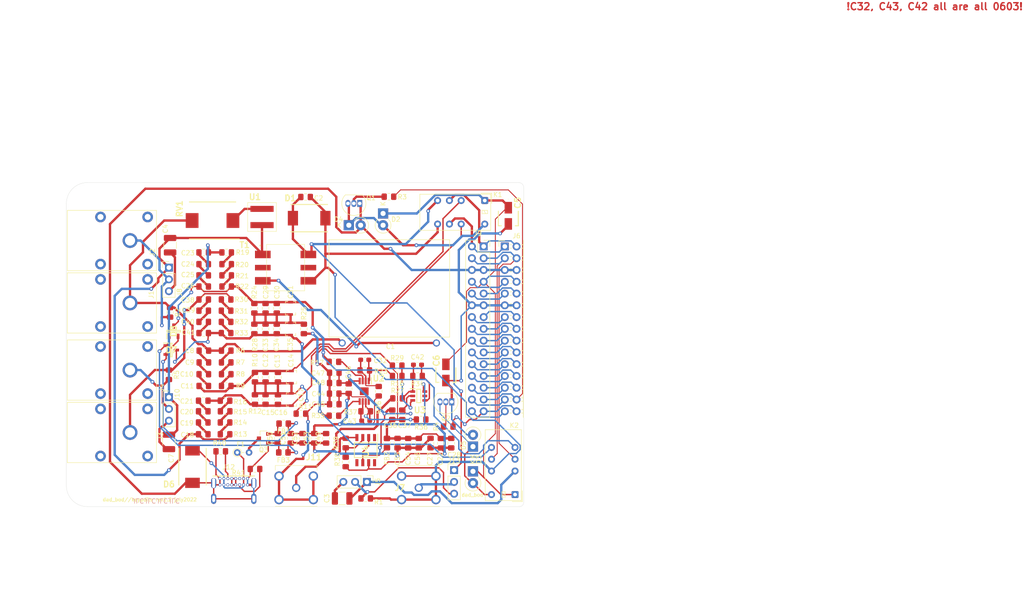
<source format=kicad_pcb>
(kicad_pcb (version 20211014) (generator pcbnew)
  (layers (0 "F.Cu" signal) (31 "B.Cu" signal) (34 "B.Paste" user) (35 "F.Paste" user) (36 "B.SilkS" user "B.Silkscreen") (37 "F.SilkS" user "F.Silkscreen") (38 "B.Mask" user) (39 "F.Mask" user) (44 "Edge.Cuts" user))
  (net 0 "")
  (net 1 "Net-(C1-Pad2)")
  (net 2 "DIVin1-")
  (net 3 "PLCout+")
  (net 4 "PLCout-")
  (net 5 "BNCin+")
  (net 6 "Net-(C3-Pad1)")
  (net 7 "DIVin1+")
  (net 8 "Net-(C4-Pad1)")
  (net 9 "GND")
  (net 10 "relaypwr")
  (net 11 "Net-(C7-Pad1)")
  (net 12 "Net-(C8-Pad1)")
  (net 13 "Net-(C10-Pad2)")
  (net 14 "Net-(C10-Pad1)")
  (net 15 "DIVout2+")
  (net 16 "Net-(C12-Pad1)")
  (net 17 "DIVout2-")
  (net 18 "Net-(C18-Pad2)")
  (net 20 "Net-(C19-Pad2)")
  (net 21 "Net-(C20-Pad2)")
  (net 22 "VCC")
  (net 23 "Net-(C23-Pad1)")
  (net 24 "Net-(C24-Pad1)")
  (net 25 "Net-(C25-Pad1)")
  (net 26 "DIVout1+")
  (net 27 "Net-(C29-Pad1)")
  (net 28 "Net-(C32-Pad2)")
  (net 29 "Net-(C32-Pad1)")
  (net 30 "DIVout1-")
  (net 31 "Net-(C38-Pad2)")
  (net 32 "Net-(C39-Pad2)")
  (net 33 "Net-(C40-Pad2)")
  (net 34 "Net-(C42-Pad2)")
  (net 35 "Net-(C42-Pad1)")
  (net 36 "Net-(C43-Pad2)")
  (net 37 "Net-(C43-Pad1)")
  (net 38 "Net-(C50-Pad2)")
  (net 39 "Net-(D2-Pad2)")
  (net 40 "Net-(D3-Pad2)")
  (net 41 "Net-(FB2-Pad2)")
  (net 42 "Net-(J2-Pad1)")
  (net 43 "Net-(J10-Pad2)")
  (net 44 "15")
  (net 45 "14")
  (net 46 "13")
  (net 47 "12")
  (net 48 "11")
  (net 49 "10")
  (net 50 "9")
  (net 51 "8")
  (net 52 "CV7")
  (net 53 "CV6")
  (net 54 "5")
  (net 55 "4")
  (net 56 "3")
  (net 57 "2")
  (net 58 "1")
  (net 59 "Net-(J11-Pad1)")
  (net 60 "scope1-")
  (net 61 "scope1+")
  (net 62 "scope2-")
  (net 63 "scope2+")
  (net 64 "Net-(Q1-Pad2)")
  (net 65 "Net-(Q2-Pad2)")
  (net 66 "V+")
  (net 67 "Net-(R6-Pad2)")
  (net 68 "Net-(R7-Pad2)")
  (net 69 "Net-(R8-Pad2)")
  (net 70 "Net-(R13-Pad1)")
  (net 71 "Net-(R14-Pad1)")
  (net 72 "Net-(R15-Pad1)")
  (net 73 "Net-(R17-Pad1)")
  (net 74 "Net-(R18-Pad1)")
  (net 75 "Net-(R19-Pad2)")
  (net 76 "Net-(R20-Pad2)")
  (net 77 "Net-(R21-Pad2)")
  (net 78 "Net-(R30-Pad1)")
  (net 79 "Net-(R31-Pad1)")
  (net 80 "Net-(R32-Pad1)")
  (net 81 "Net-(R35-Pad1)")
  (net 82 "Net-(R38-Pad1)")
  (net 83 "Net-(RV1-Pad1)")
  (net 85 "0")
  (net 86 "trigger1")
  (net 87 "trigger2")
  (net 88 "waveform1")
  (net 89 "waveform2")
  (net 90 "dad_V-")
  (net 91 "greg")
  (net 92 "GNDREF")
  (net 93 "Net-(D6-Pad1)")
  (net 94 "Net-(J12-PadA6)")
  (net 95 "Net-(J12-PadB5)")
  (net 96 "Net-(J12-PadA5)")
  (net 100 "bnc_imp+")
  (net 101 "Net-(J7-Pad1)")
  (net 102 "PLCin-")
  (net 103 "PLCin+")
  (footprint "kyuditsky_kicad:ECQ-UBAF474K-3_side" (layer "F.Cu") (at 116.332 93.98 -90)
    (fp_text reference "C1")
    (fp_text value "ECQ-UBAF474K")
  )
  (footprint "Capacitor_SMD:C_0805_2012Metric_Pad1.15x1.40mm_HandSolder" (layer "F.Cu") (at 98.289 63.754 180)
    (fp_text reference "C2")
    (fp_text value "220pF")
  )
  (footprint "Capacitor_SMD:C_1210_3225Metric_Pad1.33x2.70mm_HandSolder" (layer "F.Cu") (at 106.172 128.778)
    (fp_text reference "C3")
    (fp_text value "86nF")
  )
  (footprint "Capacitor_SMD:C_1210_3225Metric_Pad1.33x2.70mm_HandSolder" (layer "F.Cu") (at 69.088 74.159 90)
    (fp_text reference "C4")
    (fp_text value "86nF")
  )
  (footprint "kyuditsky_kicad:EEE1AA220WR" (layer "F.Cu") (at 141.986 67.818 -90)
    (fp_text reference "C5")
    (fp_text value "CP" hide)
  )
  (footprint "kyuditsky_kicad:EEE1AA220WR" (layer "F.Cu") (at 128.524 101.6 -90)
    (fp_text reference "C6")
    (fp_text value "CP" hide)
  )
  (footprint "Capacitor_SMD:C_1210_3225Metric_Pad1.33x2.70mm_HandSolder" (layer "F.Cu") (at 68.834 116.586 90)
    (fp_text reference "C7")
    (fp_text value "86nF")
  )
  (footprint "Capacitor_SMD:C_0805_2012Metric_Pad1.15x1.40mm_HandSolder" (layer "F.Cu") (at 76.367 96.901)
    (fp_text reference "C8")
    (fp_text value "4pf")
  )
  (footprint "Capacitor_SMD:C_0805_2012Metric_Pad1.15x1.40mm_HandSolder" (layer "F.Cu") (at 76.367 99.441)
    (fp_text reference "C9")
    (fp_text value "4pf")
  )
  (footprint "Capacitor_SMD:C_0805_2012Metric_Pad1.15x1.40mm_HandSolder" (layer "F.Cu") (at 76.349 101.981)
    (fp_text reference "C10")
    (fp_text value "4pf")
  )
  (footprint "Capacitor_SMD:C_0805_2012Metric_Pad1.15x1.40mm_HandSolder" (layer "F.Cu") (at 76.349 104.521)
    (fp_text reference "C11")
    (fp_text value "4pf")
  )
  (footprint "Capacitor_SMD:C_0805_2012Metric_Pad1.15x1.40mm_HandSolder" (layer "F.Cu") (at 89.662 102.625 90)
    (fp_text reference "C12")
    (fp_text value "350pF")
  )
  (footprint "Capacitor_SMD:C_0805_2012Metric_Pad1.15x1.40mm_HandSolder" (layer "F.Cu") (at 92.329 102.625 90)
    (fp_text reference "C13")
    (fp_text value "350pF")
  )
  (footprint "Capacitor_SMD:C_Trimmer_Voltronics_JQ" (layer "F.Cu") (at 95.25 102.616 -90)
    (fp_text reference "C14")
    (fp_text value "CTRIM")
  )
  (footprint "Capacitor_SMD:C_0805_2012Metric_Pad1.15x1.40mm_HandSolder" (layer "F.Cu") (at 89.662 107.433 90)
    (fp_text reference "C15")
    (fp_text value "350pF")
  )
  (footprint "Capacitor_SMD:C_0805_2012Metric_Pad1.15x1.40mm_HandSolder" (layer "F.Cu") (at 92.329 107.451 90)
    (fp_text reference "C16")
    (fp_text value "350pF")
  )
  (footprint "Capacitor_SMD:C_Trimmer_Voltronics_JQ" (layer "F.Cu") (at 95.25 107.442 -90)
    (fp_text reference "C17")
    (fp_text value "CTRIM")
  )
  (footprint "Capacitor_SMD:C_0805_2012Metric_Pad1.15x1.40mm_HandSolder" (layer "F.Cu") (at 76.231 114.935)
    (fp_text reference "C18")
    (fp_text value "4pf")
  )
  (footprint "Capacitor_SMD:C_0805_2012Metric_Pad1.15x1.40mm_HandSolder" (layer "F.Cu") (at 76.231 112.395)
    (fp_text reference "C19")
    (fp_text value "4pf")
  )
  (footprint "Capacitor_SMD:C_0805_2012Metric_Pad1.15x1.40mm_HandSolder" (layer "F.Cu") (at 76.231 109.982)
    (fp_text reference "C20")
    (fp_text value "4pf")
  )
  (footprint "Capacitor_SMD:C_0805_2012Metric_Pad1.15x1.40mm_HandSolder" (layer "F.Cu") (at 76.231 107.696)
    (fp_text reference "C21")
    (fp_text value "4pf")
  )
  (footprint "Capacitor_SMD:C_0805_2012Metric_Pad1.15x1.40mm_HandSolder" (layer "F.Cu") (at 127.4445 116.8765 -90)
    (fp_text reference "C22")
    (fp_text value "~")
  )
  (footprint "Capacitor_SMD:C_0805_2012Metric_Pad1.15x1.40mm_HandSolder" (layer "F.Cu") (at 76.327 75.71)
    (fp_text reference "C23")
    (fp_text value "4pf")
  )
  (footprint "Capacitor_SMD:C_0805_2012Metric_Pad1.15x1.40mm_HandSolder" (layer "F.Cu") (at 76.327 78.25)
    (fp_text reference "C24")
    (fp_text value "4pf")
  )
  (footprint "Capacitor_SMD:C_0805_2012Metric_Pad1.15x1.40mm_HandSolder" (layer "F.Cu") (at 76.327 80.663)
    (fp_text reference "C25")
    (fp_text value "4pf")
  )
  (footprint "Capacitor_SMD:C_0805_2012Metric_Pad1.15x1.40mm_HandSolder" (layer "F.Cu") (at 76.327 83.076)
    (fp_text reference "C26")
    (fp_text value "4pf")
  )
  (footprint "Capacitor_SMD:C_0805_2012Metric_Pad1.15x1.40mm_HandSolder" (layer "F.Cu") (at 125.222 116.831 90)
    (fp_text reference "C27")
    (fp_text value "~")
  )
  (footprint "Capacitor_SMD:C_0805_2012Metric_Pad1.15x1.40mm_HandSolder" (layer "F.Cu") (at 129.678999 116.851501 -90)
    (fp_text reference "C28")
    (fp_text value "~")
  )
  (footprint "Capacitor_SMD:C_0805_2012Metric_Pad1.15x1.40mm_HandSolder" (layer "F.Cu") (at 89.662 87.757 90)
    (fp_text reference "C29")
    (fp_text value "350pF")
  )
  (footprint "Capacitor_SMD:C_0805_2012Metric_Pad1.15x1.40mm_HandSolder" (layer "F.Cu") (at 92.075 87.757 90)
    (fp_text reference "C30")
    (fp_text value "350pF")
  )
  (footprint "Capacitor_SMD:C_Trimmer_Voltronics_JQ" (layer "F.Cu") (at 95.0595 87.766 -90)
    (fp_text reference "C31")
    (fp_text value "CTRIM")
  )
  (footprint "Capacitor_SMD:C_0805_2012Metric_Pad1.15x1.40mm_HandSolder" (layer "F.Cu") (at 89.662 92.202 90)
    (fp_text reference "C33")
    (fp_text value "350pF")
  )
  (footprint "Capacitor_SMD:C_0805_2012Metric_Pad1.15x1.40mm_HandSolder" (layer "F.Cu") (at 92.075 92.22 90)
    (fp_text reference "C34")
    (fp_text value "350pF")
  )
  (footprint "Capacitor_SMD:C_Trimmer_Voltronics_JQ" (layer "F.Cu") (at 95.0595 92.211 -90)
    (fp_text reference "C35")
    (fp_text value "CTRIM")
  )
  (footprint "Capacitor_SMD:C_0805_2012Metric_Pad1.15x1.40mm_HandSolder" (layer "F.Cu") (at 116.967 110.735 90)
    (fp_text reference "C36")
    (fp_text value "~")
  )
  (footprint "Capacitor_SMD:C_0805_2012Metric_Pad1.15x1.40mm_HandSolder" (layer "F.Cu") (at 119.126 110.744 90)
    (fp_text reference "C37")
    (fp_text value "~")
  )
  (footprint "Capacitor_SMD:C_0805_2012Metric_Pad1.15x1.40mm_HandSolder" (layer "F.Cu") (at 76.327 88.283)
    (fp_text reference "C39")
    (fp_text value "4pf")
  )
  (footprint "Capacitor_SMD:C_0805_2012Metric_Pad1.15x1.40mm_HandSolder" (layer "F.Cu") (at 76.327 90.696)
    (fp_text reference "C40")
    (fp_text value "4pf")
  )
  (footprint "Capacitor_SMD:C_0805_2012Metric_Pad1.15x1.40mm_HandSolder" (layer "F.Cu") (at 76.327 93.109)
    (fp_text reference "C41")
    (fp_text value "4pf")
  )
  (footprint "Capacitor_SMD:C_0603_1608Metric_Pad1.05x0.95mm_HandSolder" (layer "F.Cu") (at 122.41 99.949)
    (fp_text reference "C42")
    (fp_text value "~")
  )
  (footprint "Capacitor_SMD:C_0603_1608Metric_Pad1.05x0.95mm_HandSolder" (layer "F.Cu") (at 111.252 112.014 180)
    (fp_text reference "C43")
    (fp_text value "~")
  )
  (footprint "Capacitor_SMD:C_0805_2012Metric_Pad1.15x1.40mm_HandSolder" (layer "F.Cu") (at 102.702 115.815 90)
    (fp_text reference "C49")
    (fp_text value "~")
  )
  (footprint "Capacitor_SMD:C_0805_2012Metric_Pad1.15x1.40mm_HandSolder" (layer "F.Cu") (at 92.288 115.815 90)
    (fp_text reference "C50")
    (fp_text value "~")
  )
  (footprint "Capacitor_SMD:C_0805_2012Metric_Pad1.15x1.40mm_HandSolder" (layer "F.Cu") (at 95.091 115.815 90)
    (fp_text reference "C51")
    (fp_text value "~")
  )
  (footprint "Capacitor_SMD:C_0805_2012Metric_Pad1.15x1.40mm_HandSolder" (layer "F.Cu") (at 97.622 115.806 90)
    (fp_text reference "C52")
    (fp_text value "~")
  )
  (footprint "Capacitor_SMD:C_0805_2012Metric_Pad1.15x1.40mm_HandSolder" (layer "F.Cu") (at 100.162 115.806 90)
    (fp_text reference "C53")
    (fp_text value "~")
  )
  (footprint "Capacitor_SMD:C_0805_2012Metric_Pad1.15x1.40mm_HandSolder" (layer "F.Cu") (at 120.396 116.865 90)
    (fp_text reference "C54")
    (fp_text value "~")
  )
  (footprint "Capacitor_SMD:C_0805_2012Metric_Pad1.15x1.40mm_HandSolder" (layer "F.Cu") (at 118.11 116.847 90)
    (fp_text reference "C55")
    (fp_text value "~")
  )
  (footprint "Capacitor_SMD:C_0805_2012Metric_Pad1.15x1.40mm_HandSolder" (layer "F.Cu") (at 122.682 116.856 90)
    (fp_text reference "C56")
    (fp_text value "~")
  )
  (footprint "SMCJ5:DIONM7959X262N" (layer "F.Cu") (at 99.06 68.326)
    (fp_text reference "D1")
    (fp_text value "SMCJ918.0CA" hide)
  )
  (footprint "Diode_THT:D_DO-41_SOD81_P2.54mm_Vertical_KathodeUp" (layer "F.Cu") (at 114.9895 67.31 -90)
    (fp_text reference "D2")
    (fp_text value "1N4001")
  )
  (footprint "Diode_THT:D_DO-41_SOD81_P2.54mm_Vertical_KathodeUp" (layer "F.Cu") (at 134.366 122.936 -90)
    (fp_text reference "D3")
    (fp_text value "1N4001")
  )
  (footprint "Diode_THT:D_DO-41_SOD81_P2.54mm_Vertical_KathodeUp" (layer "F.Cu") (at 107.6145 69.848734)
    (fp_text reference "D4")
    (fp_text value "1N4001")
  )
  (footprint "Diode_THT:D_DO-41_SOD81_P2.54mm_Vertical_KathodeUp" (layer "F.Cu") (at 134.366 117.602 90)
    (fp_text reference "D5")
    (fp_text value "1N4001")
  )
  (footprint "Resistor_SMD:R_0805_2012Metric_Pad1.20x1.40mm_HandSolder" (layer "F.Cu") (at 93.572 112.64 180)
    (fp_text reference "FB1")
    (fp_text value "Ferrite_Bead")
  )
  (footprint "Resistor_SMD:R_0805_2012Metric_Pad1.20x1.40mm_HandSolder" (layer "F.Cu") (at 115.824 116.84 -90)
    (fp_text reference "FB2")
    (fp_text value "Ferrite_Bead")
  )
  (footprint "Resistor_SMD:R_0805_2012Metric_Pad1.20x1.40mm_HandSolder" (layer "F.Cu") (at 93.5085 118.863 180)
    (fp_text reference "FB3")
    (fp_text value "Ferrite_Bead")
  )
  (footprint "kyuditsky_kicad_fp:Banana_Jack_S_RA_73099" (layer "F.Cu") (at 60.452 86.614 180)
    (fp_text reference "J1")
    (fp_text value "Conn_01x01")
  )
  (footprint "kyuditsky_kicad_fp:Banana_Jack_S_RA_73099" (layer "F.Cu") (at 60.452 73.152 180)
    (fp_text reference "J2")
    (fp_text value "Conn_01x01")
  )
  (footprint "kyuditsky_kicad_fp:Banana_Jack_S_RA_73099" (layer "F.Cu") (at 60.452 114.554 180)
    (fp_text reference "J3")
    (fp_text value "Conn_01x01")
  )
  (footprint "kyuditsky_kicad_fp:Banana_Jack_S_RA_73099" (layer "F.Cu") (at 60.452 101.092 180)
    (fp_text reference "J4")
    (fp_text value "Conn_01x01")
  )
  (footprint "Connector_PinHeader_2.54mm:PinHeader_1x03_P2.54mm_Vertical" (layer "F.Cu") (at 111.506 125.222 -90)
    (fp_text reference "J5")
    (fp_text value "Conn_01x03_Male")
  )
  (footprint "Connector_PinHeader_2.54mm:PinHeader_1x03_P2.54mm_Vertical" (layer "F.Cu") (at 68.834 78.994)
    (fp_text reference "J8")
    (fp_text value "Conn_01x03_Male")
  )
  (footprint "Connector_PinHeader_2.54mm:PinHeader_1x03_P2.54mm_Vertical" (layer "F.Cu") (at 68.834 106.934)
    (fp_text reference "J10")
    (fp_text value "Conn_01x03_Male")
  )
  (footprint "BNC5-J-P-GN-RA-BH2D_kicad:BNC5JPGNRABH2D" (layer "F.Cu") (at 96.266 126.492 180)
    (fp_text reference "J11")
    (fp_text value "BNC5-J-P-GN-RA-BH2D" hide)
  )
  (footprint "Relay_THT:Relay_DPDT_Kemet_EC2" (layer "F.Cu") (at 136.906 64.516 -90)
    (fp_text reference "K1")
    (fp_text value "EC2-5NU")
  )
  (footprint "Relay_THT:Relay_DPDT_Kemet_EC2" (layer "F.Cu") (at 143.4375 127.9435 180)
    (fp_text reference "K2")
    (fp_text value "EC2-5NU")
  )
  (footprint "Package_TO_SOT_SMD:SOT-23" (layer "F.Cu") (at 89.24 115.815 180)
    (fp_text reference "Q3")
    (fp_text value "AO3401A")
  )
  (footprint "Resistor_SMD:R_0805_2012Metric_Pad1.15x1.40mm_HandSolder" (layer "F.Cu") (at 111.243 128.778 180)
    (fp_text reference "R1")
    (fp_text value "30M")
  )
  (footprint "Resistor_SMD:R_0805_2012Metric_Pad1.15x1.40mm_HandSolder" (layer "F.Cu") (at 69.088 88.646 -90)
    (fp_text reference "R2")
    (fp_text value "30M")
  )
  (footprint "Resistor_SMD:R_0805_2012Metric_Pad1.15x1.40mm_HandSolder" (layer "F.Cu") (at 116.2595 63.698234 180)
    (fp_text reference "R3")
    (fp_text value "1k")
  )
  (footprint "Resistor_SMD:R_0805_2012Metric_Pad1.15x1.40mm_HandSolder" (layer "F.Cu") (at 129.041 113.284 180)
    (fp_text reference "R4")
    (fp_text value "1k")
  )
  (footprint "Resistor_SMD:R_0805_2012Metric_Pad1.15x1.40mm_HandSolder" (layer "F.Cu") (at 68.834 102.108 -90)
    (fp_text reference "R5")
    (fp_text value "30M")
  )
  (footprint "Resistor_SMD:R_0805_2012Metric_Pad1.15x1.40mm_HandSolder" (layer "F.Cu") (at 81.184 96.901)
    (fp_text reference "R6")
    (fp_text value "1M")
  )
  (footprint "Resistor_SMD:R_0805_2012Metric_Pad1.15x1.40mm_HandSolder" (layer "F.Cu") (at 81.175 99.441)
    (fp_text reference "R7")
    (fp_text value "1M")
  )
  (footprint "Resistor_SMD:R_0805_2012Metric_Pad1.15x1.40mm_HandSolder" (layer "F.Cu") (at 81.184 101.981)
    (fp_text reference "R8")
    (fp_text value "1M")
  )
  (footprint "Resistor_SMD:R_0805_2012Metric_Pad1.15x1.40mm_HandSolder" (layer "F.Cu") (at 81.184 104.521)
    (fp_text reference "R9")
    (fp_text value "1M")
  )
  (footprint "Resistor_SMD:R_0805_2012Metric_Pad1.15x1.40mm_HandSolder" (layer "F.Cu") (at 87.376 102.616 90)
    (fp_text reference "R10")
    (fp_text value "50k")
  )
  (footprint "Resistor_SMD:R_0805_2012Metric_Pad1.15x1.40mm_HandSolder" (layer "F.Cu") (at 97.282 110.49 180)
    (fp_text reference "R11")
    (fp_text value "DNP")
  )
  (footprint "Resistor_SMD:R_0805_2012Metric_Pad1.15x1.40mm_HandSolder" (layer "F.Cu") (at 87.376 107.442 90)
    (fp_text reference "R12")
    (fp_text value "50k")
  )
  (footprint "Resistor_SMD:R_0805_2012Metric_Pad1.15x1.40mm_HandSolder" (layer "F.Cu") (at 80.93 114.935)
    (fp_text reference "R13")
    (fp_text value "1M")
  )
  (footprint "Resistor_SMD:R_0805_2012Metric_Pad1.15x1.40mm_HandSolder" (layer "F.Cu") (at 80.93 112.395)
    (fp_text reference "R14")
    (fp_text value "1M")
  )
  (footprint "Resistor_SMD:R_0805_2012Metric_Pad1.15x1.40mm_HandSolder" (layer "F.Cu") (at 80.948 109.982)
    (fp_text reference "R15")
    (fp_text value "1M")
  )
  (footprint "Resistor_SMD:R_0805_2012Metric_Pad1.15x1.40mm_HandSolder" (layer "F.Cu") (at 80.93 107.696)
    (fp_text reference "R16")
    (fp_text value "1M")
  )
  (footprint "Resistor_SMD:R_0805_2012Metric_Pad1.15x1.40mm_HandSolder" (layer "F.Cu") (at 104.403 99.314 180)
    (fp_text reference "R17")
    (fp_text value "~")
  )
  (footprint "Resistor_SMD:R_0805_2012Metric_Pad1.15x1.40mm_HandSolder" (layer "F.Cu") (at 81.28 75.71)
    (fp_text reference "R19")
    (fp_text value "1M")
  )
  (footprint "Resistor_SMD:R_0805_2012Metric_Pad1.15x1.40mm_HandSolder" (layer "F.Cu") (at 81.28 78.25)
    (fp_text reference "R20")
    (fp_text value "1M")
  )
  (footprint "Resistor_SMD:R_0805_2012Metric_Pad1.15x1.40mm_HandSolder" (layer "F.Cu") (at 81.28 80.663)
    (fp_text reference "R21")
    (fp_text value "1M")
  )
  (footprint "Resistor_SMD:R_0805_2012Metric_Pad1.15x1.40mm_HandSolder" (layer "F.Cu") (at 81.28 83.076)
    (fp_text reference "R22")
    (fp_text value "1M")
  )
  (footprint "Resistor_SMD:R_0805_2012Metric_Pad1.15x1.40mm_HandSolder" (layer "F.Cu") (at 87.249 87.757 90)
    (fp_text reference "R24")
    (fp_text value "50k")
  )
  (footprint "Resistor_SMD:R_0805_2012Metric_Pad1.15x1.40mm_HandSolder" (layer "F.Cu") (at 97.917 92.22 90)
    (fp_text reference "R25")
    (fp_text value "DNP")
  )
  (footprint "Resistor_SMD:R_0805_2012Metric_Pad1.15x1.40mm_HandSolder" (layer "F.Cu") (at 118.11 107.188)
    (fp_text reference "R27")
    (fp_text value "~")
  )
  (footprint "Resistor_SMD:R_0805_2012Metric_Pad1.15x1.40mm_HandSolder" (layer "F.Cu") (at 87.249 92.22 90)
    (fp_text reference "R28")
    (fp_text value "50k")
  )
  (footprint "Resistor_SMD:R_0805_2012Metric_Pad1.15x1.40mm_HandSolder" (layer "F.Cu") (at 81.162 85.87)
    (fp_text reference "R30")
    (fp_text value "1M")
  )
  (footprint "Resistor_SMD:R_0805_2012Metric_Pad1.15x1.40mm_HandSolder" (layer "F.Cu") (at 81.153 88.283)
    (fp_text reference "R31")
    (fp_text value "1M")
  )
  (footprint "Resistor_SMD:R_0805_2012Metric_Pad1.15x1.40mm_HandSolder" (layer "F.Cu") (at 81.153 90.696)
    (fp_text reference "R32")
    (fp_text value "1M")
  )
  (footprint "Resistor_SMD:R_0805_2012Metric_Pad1.15x1.40mm_HandSolder" (layer "F.Cu") (at 81.153 93.109)
    (fp_text reference "R33")
    (fp_text value "1M")
  )
  (footprint "Resistor_SMD:R_0805_2012Metric_Pad1.15x1.40mm_HandSolder" (layer "F.Cu") (at 122.419 102.362)
    (fp_text reference "R34")
    (fp_text value "~")
  )
  (footprint "Resistor_SMD:R_0805_2012Metric_Pad1.15x1.40mm_HandSolder" (layer "F.Cu") (at 104.403 110.9345 180)
    (fp_text reference "R35")
    (fp_text value "~")
  )
  (footprint "Resistor_SMD:R_0805_2012Metric_Pad1.15x1.40mm_HandSolder" (layer "F.Cu") (at 123.19 111.76 180)
    (fp_text reference "R36")
    (fp_text value "~")
  )
  (footprint "Resistor_SMD:R_0805_2012Metric_Pad1.15x1.40mm_HandSolder" (layer "F.Cu") (at 111.243 109.982 180)
    (fp_text reference "R37")
    (fp_text value "~")
  )
  (footprint "Resistor_SMD:R_0805_2012Metric_Pad1.15x1.40mm_HandSolder" (layer "F.Cu") (at 106.934 120.913 -90)
    (fp_text reference "R38")
    (fp_text value "~")
  )
  (footprint "Resistor_SMD:R_0805_2012Metric_Pad1.15x1.40mm_HandSolder" (layer "F.Cu") (at 106.934 116.831 90)
    (fp_text reference "R39")
    (fp_text value "~")
  )
  (footprint "VP4032K122R300_kicad:CAPPM10080X500N" (layer "F.Cu") (at 78.232 68.834 180)
    (fp_text reference "RV1")
    (fp_text value "VP4032K122R300" hide)
  )
  (footprint "kyuditsky_kicad_fp:GT07110013" (layer "F.Cu") (at 93.98 78.994 90)
    (fp_text reference "T1")
    (fp_text value "GT07-110-013" hide)
  )
  (footprint "kyuditsky_kicad:SL1002A600SP" (layer "F.Cu") (at 88.9 68.072 -90)
    (fp_text reference "U1")
    (fp_text value "SL1002A600SP" hide)
  )
  (footprint "kyuditsky_kicad_fp:SOT95P280X100-6N_LTC6268" (layer "F.Cu") (at 122.682 106.68)
    (fp_text reference "U3")
    (fp_text value "LTC6268" hide)
  )
  (footprint "kyuditsky_kicad_fp:SOIC127P600X175-8NLM7301" (layer "F.Cu") (at 111.252 118.364 -90)
    (fp_text reference "U4")
    (fp_text value "LM7301" hide)
  )
  (footprint "Connector_PinSocket_2.54mm:PinSocket_2x15_P2.54mm_Vertical" (layer "F.Cu") (at 136.672 74.422)
    (fp_text reference "J9")
    (fp_text value "Conn_02x15_Odd_Even")
  )
  (footprint "Capacitor_SMD:C_0805_2012Metric_Pad1.15x1.40mm_HandSolder" (layer "F.Cu") (at 76.327 85.87)
    (fp_text reference "C38")
    (fp_text value "4pf")
  )
  (footprint "kyuditsky_kicad_fp:SOP65P490X110-9N_LTC6269" (layer "F.Cu") (at 110.9255 105.664 -90)
    (fp_text reference "U2")
    (fp_text value "LTC6269" hide)
  )
  (footprint "Capacitor_SMD:C_0603_1608Metric_Pad1.05x0.95mm_HandSolder" (layer "F.Cu") (at 111.0345 98.8695 180)
    (fp_text reference "C32")
    (fp_text value "~")
  )
  (footprint "Resistor_SMD:R_0805_2012Metric_Pad1.15x1.40mm_HandSolder" (layer "F.Cu") (at 118.0285 100.1395)
    (fp_text reference "R29")
    (fp_text value "~")
  )
  (footprint "Resistor_SMD:R_0805_2012Metric_Pad1.15x1.40mm_HandSolder" (layer "F.Cu") (at 118.0375 102.362 180)
    (fp_text reference "R18")
    (fp_text value "~")
  )
  (footprint "Capacitor_SMD:C_0805_2012Metric_Pad1.15x1.40mm_HandSolder" (layer "F.Cu") (at 104.4575 106.172 180)
    (fp_text reference "C44")
    (fp_text value "~")
  )
  (footprint "Capacitor_SMD:C_0805_2012Metric_Pad1.15x1.40mm_HandSolder" (layer "F.Cu") (at 104.4755 108.458 180)
    (fp_text reference "C45")
    (fp_text value "~")
  )
  (footprint "Capacitor_SMD:C_0805_2012Metric_Pad1.15x1.40mm_HandSolder" (layer "F.Cu") (at 107.578 105.0925 -90)
    (fp_text reference "C46")
    (fp_text value "~")
  )
  (footprint "Capacitor_SMD:C_0805_2012Metric_Pad1.15x1.40mm_HandSolder" (layer "F.Cu") (at 104.4755 101.6635 180)
    (fp_text reference "C47")
    (fp_text value "~")
  )
  (footprint "Capacitor_SMD:C_0805_2012Metric_Pad1.15x1.40mm_HandSolder" (layer "F.Cu") (at 104.4755 103.886 180)
    (fp_text reference "C48")
    (fp_text value "~")
  )
  (footprint "Resistor_SMD:R_0805_2012Metric_Pad1.15x1.40mm_HandSolder" (layer "F.Cu") (at 114.046 105.655 90)
    (fp_text reference "R26")
    (fp_text value "~")
  )
  (footprint "Resistor_SMD:R_0805_2012Metric_Pad1.15x1.40mm_HandSolder" (layer "F.Cu") (at 111.0435 101.1555 180)
    (fp_text reference "R23")
    (fp_text value "~")
  )
  (footprint "Package_TO_SOT_THT:TO-92_Inline" (layer "F.Cu") (at 109.964 65.149734 180)
    (fp_text reference "Q1")
    (fp_text value "2N3904")
  )
  (footprint "Package_TO_SOT_THT:TO-92_Inline" (layer "F.Cu") (at 129.794 107.95 180)
    (fp_text reference "Q2")
    (fp_text value "2N3904")
  )
  (footprint "BNC5-J-P-GN-RA-BH2D_kicad:BNC5JPGNRABH2D" (layer "F.Cu") (at 122.682 126.492 180)
    (fp_text reference "J7")
    (fp_text value "BNC5-J-P-GN-RA-BH2D" hide)
  )
  (footprint "Resistor_SMD:R_0805_2012Metric_Pad1.15x1.40mm_HandSolder" (layer "F.Cu") (at 80.001 118.618)
    (fp_text reference "R40")
    (fp_text value "5.1k")
  )
  (footprint "Resistor_SMD:R_0805_2012Metric_Pad1.15x1.40mm_HandSolder" (layer "F.Cu") (at 87.385 122.428 180)
    (fp_text reference "R41")
    (fp_text value "5.1k")
  )
  (footprint "Connector_PinHeader_2.54mm:PinHeader_2x15_P2.54mm_Horizontal" (layer "F.Cu") (at 141.224 74.427)
    (fp_text reference "J6")
    (fp_text value "Conn_02x15_Odd_Even")
  )
  (footprint "kyuditsky_kicad:GCT_USB4085-GF-A_REVA4" (layer "F.Cu") (at 82.804 128.524)
    (fp_text reference "J12")
    (fp_text value "USB4085-GF-A_REVA4")
  )
  (footprint "kyuditsky_kicad_fp:littlefuseTVS" (layer "F.Cu") (at 73.914 121.92 -90)
    (fp_text reference "D6")
    (fp_text value "SMCJ5.0A" hide)
  )
  (footprint "Resistor_THT:R_Axial_DIN0204_L3.6mm_D1.6mm_P2.54mm_Vertical" (layer "F.Cu") (at 83.566 118.872)
    (fp_text reference "F1")
    (fp_text value "2.5a Fuse")
  )
  (footprint "MountingHole:MountingHole_2.2mm_M2" (layer "F.Cu") (at 50.5 64.008)
    (fp_text reference "REF**" hide)
    (fp_text value "MountingHole_2.2mm_M2")
  )
  (footprint "kyuditsky_kicad:bav199_tp_SOT95P237X125-3N" (layer "F.Cu") (at 69.85 92.71 90)
    (fp_text reference "D8")
    (fp_text value "BAV199-TP" hide)
  )
  (footprint "MountingHole:MountingHole_2.2mm_M2" (layer "F.Cu") (at 50.5 126.5)
    (fp_text reference "REF**" hide)
    (fp_text value "MountingHole_2.2mm_M2")
  )
  (footprint "Connector_PinHeader_2.54mm:PinHeader_1x03_P2.54mm_Vertical" (layer "F.Cu") (at 130.302 122.682)
    (fp_text reference "J13")
    (fp_text value "Conn_01x03_Male")
  )
  (footprint "kyuditsky_kicad:bav199_tp_SOT95P237X125-3N" (layer "F.Cu") (at 69.342 96.774)
    (fp_text reference "D7")
    (fp_text value "BAV199-TP" hide)
  )
  (gr_line (start 145.28 61.667107) (end 145.28 129.67) (layer "Edge.Cuts") (width 0.05))
  (gr_arc (start 144.28 60.660809) (mid 144.987486 60.95777) (end 145.28 61.667107) (layer "Edge.Cuts") (width 0.05))
  (gr_line (start 144.4 130.55) (end 51.24 130.54) (layer "Edge.Cuts") (width 0.05))
  (gr_line (start 51.24 60.656809) (end 144.28 60.660809) (layer "Edge.Cuts") (width 0.05))
  (gr_line (start 46.736 65.160809) (end 46.740011 126.030009) (layer "Edge.Cuts") (width 0.05))
  (gr_arc (start 145.28 129.67) (mid 145.022254 130.292254) (end 144.4 130.55) (layer "Edge.Cuts") (width 0.05))
  (gr_arc (start 46.736 65.160809) (mid 48.055191 61.976) (end 51.24 60.656809) (layer "Edge.Cuts") (width 0.05))
  (gr_arc (start 51.24 130.54) (mid 48.054489 129.218446) (end 46.740011 126.030009) (layer "Edge.Cuts") (width 0.05))
  (gr_text "!C32, C43, C42 all are all 0603!" (at 233.8705 22.6695) (layer "F.Cu") (effects (font (size 1.5 1.5) (thickness 0.3))))
  (gr_text "JLCJLCJLCJLC" (at 66.04 129.286 180) (layer "B.SilkS") (effects (font (size 1 1)) (justify mirror)))
  (gr_text "dad_bod" (at 131.826 128.016) (layer "F.SilkS") (effects (font (size 0.75 0.75)) (justify left)))
  (gr_text "dad_bod//keyudits rev1.2 july2022" (at 74.93 129.032) (layer "F.SilkS") (effects (font (size 0.75 0.75)) (justify right)))
  (segment (start 126.492 95.25) (end 109.982 95.25) (width 0.5) (layer "F.Cu") (net 1))
  (segment (start 109.982 95.25) (end 109.22 96.012) (width 0.5) (layer "F.Cu") (net 1))
  (segment (start 92.456 81.788) (end 89.116 81.788) (width 0.5) (layer "F.Cu") (net 1))
  (via (at 92.456 81.788) (size 0.8) (drill 0.4) (layers "F.Cu" "B.Cu") (net 1))
  (via (at 109.22 96.012) (size 0.8) (drill 0.4) (layers "F.Cu" "B.Cu") (net 1))
  (segment (start 109.22 95.758) (end 109.22 96.012) (width 0.5) (layer "B.Cu") (net 1))
  (segment (start 101.6 88.138) (end 109.22 95.758) (width 0.5) (layer "B.Cu") (net 1))
  (segment (start 98.806 88.138) (end 101.6 88.138) (width 0.5) (layer "B.Cu") (net 1))
  (segment (start 92.456 81.788) (end 98.806 88.138) (width 0.5) (layer "B.Cu") (net 1))
  (segment (start 75.302 85.87) (end 76.54648 84.62552) (width 0.3) (layer "F.Cu") (net 2))
  (segment (start 76.54648 84.62552) (end 81.28 84.62552) (width 0.3) (layer "F.Cu") (net 2))
  (segment (start 60.452 106.426) (end 60.452 114.554) (width 0.5) (layer "F.Cu") (net 2))
  (segment (start 72.136 88.138) (end 73.034 88.138) (width 0.5) (layer "F.Cu") (net 2))
  (segment (start 69.537082 101.083) (end 68.834 101.083) (width 0.5) (layer "F.Cu") (net 2))
  (segment (start 65.795 101.083) (end 60.452 106.426) (width 0.5) (layer "F.Cu") (net 2))
  (segment (start 72.136 98.484082) (end 69.537082 101.083) (width 0.5) (layer "F.Cu") (net 2))
  (segment (start 73.034 88.138) (end 75.302 85.87) (width 0.5) (layer "F.Cu") (net 2))
  (segment (start 81.28 84.62552) (end 82.187 85.53252) (width 0.3) (layer "F.Cu") (net 2))
  (segment (start 72.136 91.186) (end 72.136 98.484082) (width 0.5) (layer "F.Cu") (net 2))
  (segment (start 68.834 101.083) (end 65.795 101.083) (width 0.5) (layer "F.Cu") (net 2))
  (via (at 72.136 88.138) (size 0.8) (drill 0.4) (layers "F.Cu" "B.Cu") (net 2))
  (via (at 72.136 91.186) (size 0.8) (drill 0.4) (layers "F.Cu" "B.Cu") (net 2))
  (segment (start 72.136 91.186) (end 72.136 88.138) (width 0.5) (layer "B.Cu") (net 2))
  (segment (start 131.826 105.664) (end 131.826 121.158) (width 0.3) (layer "F.Cu") (net 3))
  (segment (start 124.714 66.802) (end 124.714 66.548) (width 0.5) (layer "F.Cu") (net 3))
  (segment (start 95.56 72.824) (end 98.89 76.154) (width 0.5) (layer "F.Cu") (net 3))
  (segment (start 124.714 66.548) (end 126.746 64.516) (width 0.5) (layer "F.Cu") (net 3))
  (segment (start 95.56 68.326) (end 95.56 72.824) (width 0.5) (layer "F.Cu") (net 3))
  (segment (start 99.568 73.914) (end 99.568 75.476) (width 0.5) (layer "F.Cu") (net 3))
  (segment (start 99.568 75.476) (end 98.89 76.154) (width 0.5) (layer "F.Cu") (net 3))
  (segment (start 131.826 121.158) (end 130.302 122.682) (width 0.3) (layer "F.Cu") (net 3))
  (segment (start 97.264 63.754) (end 95.56 65.458) (width 0.5) (layer "F.Cu") (net 3))
  (segment (start 95.56 65.458) (end 95.56 68.326) (width 0.5) (layer "F.Cu") (net 3))
  (via (at 124.714 66.802) (size 0.8) (drill 0.4) (layers "F.Cu" "B.Cu") (net 3))
  (via (at 99.568 73.914) (size 0.8) (drill 0.4) (layers "F.Cu" "B.Cu") (net 3))
  (via (at 131.826 105.664) (size 0.8) (drill 0.4) (layers "F.Cu" "B.Cu") (net 3))
  (segment (start 119.888 73.914) (end 124.714 69.088) (width 0.5) (layer "B.Cu") (net 3))
  (segment (start 99.568 73.914) (end 112.268 86.614) (width 0.3) (layer "B.Cu") (net 3))
  (segment (start 112.268 86.614) (end 120.142 86.614) (width 0.3) (layer "B.Cu") (net 3))
  (segment (start 120.142 86.614) (end 130.302 96.774) (width 0.3) (layer "B.Cu") (net 3))
  (segment (start 124.714 69.088) (end 124.714 66.802) (width 0.5) (layer "B.Cu") (net 3))
  (segment (start 99.568 73.914) (end 119.888 73.914) (width 0.5) (layer "B.Cu") (net 3))
  (segment (start 130.302 104.14) (end 131.826 105.664) (width 0.3) (layer "B.Cu") (net 3))
  (segment (start 130.302 96.774) (end 130.302 104.14) (width 0.3) (layer "B.Cu") (net 3))
  (segment (start 102.56 68.326) (end 102.56 76.002) (width 0.5) (layer "F.Cu") (net 4))
  (segment (start 116.696 129.032) (end 118.982 129.032) (width 0.5) (layer "F.Cu") (net 4))
  (segment (start 116.442 128.778) (end 116.696 129.032) (width 0.5) (layer "F.Cu") (net 4))
  (segment (start 118.982 123.952) (end 126.382 123.952) (width 0.3) (layer "F.Cu") (net 4))
  (segment (start 118.982 129.032) (end 126.382 129.032) (width 0.5) (layer "F.Cu") (net 4))
  (segment (start 122.118 76.002) (end 102.56 76.002) (width 0.5) (layer "F.Cu") (net 4))
  (segment (start 126.382 129.032) (end 126.382 123.952) (width 0.5) (layer "F.Cu") (net 4))
  (segment (start 112.268 128.778) (end 116.442 128.778) (width 0.5) (layer "F.Cu") (net 4))
  (segment (start 126.746 71.374) (end 122.118 76.002) (width 0.5) (layer "F.Cu") (net 4))
  (segment (start 99.314 63.754) (end 102.56 67) (width 0.5) (layer "F.Cu") (net 4))
  (segment (start 102.56 79.0415) (end 99.7675 81.834) (width 0.5) (layer "F.Cu") (net 4))
  (segment (start 102.56 76.002) (end 102.56 79.0415) (width 0.5) (layer "F.Cu") (net 4))
  (segment (start 126.746 69.596) (end 126.746 71.374) (width 0.5) (layer "F.Cu") (net 4))
  (segment (start 102.56 67) (end 102.56 68.326) (width 0.5) (layer "F.Cu") (net 4))
  (segment (start 102.56 79.0415) (end 103.1715 79.0415) (width 0.5) (layer "F.Cu") (net 4))
  (segment (start 103.1715 79.0415) (end 104.648 80.518) (width 0.5) (layer "F.Cu") (net 4))
  (via (at 104.648 80.518) (size 0.8) (drill 0.4) (layers "F.Cu" "B.Cu") (net 4))
  (segment (start 142.116812 119.104188) (end 138.3575 122.8635) (width 0.3) (layer "B.Cu") (net 4))
  (segment (start 126.382 121.666) (end 126.382 123.952) (width 0.5) (layer "B.Cu") (net 4))
  (segment (start 144.5375 117.327865) (end 144.5375 118.239135) (width 0.3) (layer "B.Cu") (net 4))
  (segment (start 115.687339 100.746) (end 125.61255 100.746) (width 0.3) (layer "B.Cu") (net 4))
  (segment (start 127.144 120.904) (end 136.398 120.904) (width 0.5) (layer "B.Cu") (net 4))
  (segment (start 132.906024 110.453081) (end 134.374943 111.922) (width 0.3) (layer "B.Cu") (net 4))
  (segment (start 136.398 120.904) (end 138.3575 122.8635) (width 0.5) (layer "B.Cu") (net 4))
  (segment (start 127.144 120.904) (end 126.382 121.666) (width 0.5) (layer "B.Cu") (net 4))
  (segment (start 125.61255 100.746) (end 132.906024 108.039474) (width 0.3) (layer "B.Cu") (net 4))
  (segment (start 134.374943 111.922) (end 139.131635 111.922) (width 0.3) (layer "B.Cu") (net 4))
  (segment (start 139.131635 111.922) (end 144.5375 117.327865) (width 0.3) (layer "B.Cu") (net 4))
  (segment (start 144.5375 118.239135) (end 143.672447 119.104188) (width 0.3) (layer "B.Cu") (net 4))
  (segment (start 143.672447 119.104188) (end 142.116812 119.104188) (width 0.3) (layer "B.Cu") (net 4))
  (segment (start 104.648 89.706661) (end 115.687339 100.746) (width 0.3) (layer "B.Cu") (net 4))
  (segment (start 132.906024 108.039474) (end 132.906024 110.453081) (width 0.3) (layer "B.Cu") (net 4))
  (segment (start 104.648 80.518) (end 104.648 89.706661) (width 0.3) (layer "B.Cu") (net 4))
  (segment (start 111.506 125.222) (end 107.95 128.778) (width 0.5) (layer "F.Cu") (net 5))
  (segment (start 119.634 127.508) (end 121.158 127.508) (width 0.5) (layer "B.Cu") (net 5))
  (segment (start 111.506 125.222) (end 117.348 125.222) (width 0.5) (layer "B.Cu") (net 5))
  (segment (start 121.158 127.508) (end 121.666 128.016) (width 0.5) (layer "B.Cu") (net 5))
  (segment (start 139.7 129.794) (end 140.462 129.032) (width 0.5) (layer "B.Cu") (net 5))
  (segment (start 129.794 129.794) (end 139.7 129.794) (width 0.5) (layer "B.Cu") (net 5))
  (segment (start 127.254 127.254) (end 129.794 129.794) (width 0.5) (layer "B.Cu") (net 5))
  (segment (start 121.666 128.016) (end 124.714 128.016) (width 0.5) (layer "B.Cu") (net 5))
  (segment (start 140.462 125.839) (end 143.4375 122.8635) (width 0.5) (layer "B.Cu") (net 5))
  (segment (start 124.714 128.016) (end 125.476 127.254) (width 0.5) (layer "B.Cu") (net 5))
  (segment (start 140.462 129.032) (end 140.462 125.839) (width 0.5) (layer "B.Cu") (net 5))
  (segment (start 117.348 125.222) (end 119.634 127.508) (width 0.5) (layer "B.Cu") (net 5))
  (segment (start 125.476 127.254) (end 127.254 127.254) (width 0.5) (layer "B.Cu") (net 5))
  (segment (start 104.6095 128.778) (end 104.6095 127.0385) (width 0.5) (layer "F.Cu") (net 6))
  (segment (start 106.426 125.222) (end 104.6095 127.0385) (width 0.5) (layer "F.Cu") (net 6))
  (segment (start 77.352 75.71) (end 77.352 74.304) (width 0.5) (layer "F.Cu") (net 7))
  (segment (start 70.612 108.712) (end 70.612 114.046) (width 0.5) (layer "F.Cu") (net 7))
  (segment (start 77.352 74.304) (end 77.216 74.168) (width 0.5) (layer "F.Cu") (net 7))
  (segment (start 68.834 106.934) (end 70.612 108.712) (width 0.5) (layer "F.Cu") (net 7))
  (segment (start 77.352 75.71) (end 80.255 75.71) (width 0.5) (layer "F.Cu") (net 7))
  (segment (start 70.612 114.046) (end 69.6345 115.0235) (width 0.5) (layer "F.Cu") (net 7))
  (via (at 77.216 74.168) (size 0.8) (drill 0.4) (layers "F.Cu" "B.Cu") (net 7))
  (segment (start 68.834 87.63) (end 77.216 79.248) (width 0.5) (layer "B.Cu") (net 7))
  (segment (start 68.834 106.934) (end 68.834 87.63) (width 0.5) (layer "B.Cu") (net 7))
  (segment (start 77.216 79.248) (end 77.216 74.168) (width 0.5) (layer "B.Cu") (net 7))
  (segment (start 70.133511 82.774489) (end 68.834 84.074) (width 0.5) (layer "F.Cu") (net 8))
  (segment (start 70.133511 76.767011) (end 70.133511 82.774489) (width 0.5) (layer "F.Cu") (net 8))
  (segment (start 69.088 75.7215) (end 70.133511 76.767011) (width 0.5) (layer "F.Cu") (net 8))
  (segment (start 79.829 125.849) (end 79.829 124.499) (width 0.3) (layer "F.Cu") (net 9))
  (segment (start 140.208 71.628) (end 140.2385 71.628) (width 0.5) (layer "F.Cu") (net 9))
  (segment (start 63.754 61.976) (end 56.134 69.596) (width 0.5) (layer "F.Cu") (net 9))
  (segment (start 104.902 70.235256) (end 104.902 63.722913) (width 0.5) (layer "F.Cu") (net 9))
  (segment (start 78.479 128.859) (end 87.129 128.859) (width 0.3) (layer "F.Cu") (net 9))
  (segment (start 78.976 118.618) (end 78.976 123.646) (width 0.3) (layer "F.Cu") (net 9))
  (segment (start 129.794 104.9325) (end 129.794 107.95) (width 0.5) (layer "F.Cu") (net 9))
  (segment (start 110.1545 70.407756) (end 109.157888 71.404368) (width 0.5) (layer "F.Cu") (net 9))
  (segment (start 128.524 103.6625) (end 129.794 104.9325) (width 0.5) (layer "F.Cu") (net 9))
  (segment (start 140.2385 71.628) (end 141.986 69.8805) (width 0.5) (layer "F.Cu") (net 9))
  (segment (start 85.779 125.849) (end 86.759 125.849) (width 0.5) (layer "F.Cu") (net 9))
  (segment (start 86.36 122.428) (end 86.36 123.918) (width 0.3) (layer "F.Cu") (net 9))
  (segment (start 110.1545 69.848734) (end 110.1545 65.340234) (width 0.5) (layer "F.Cu") (net 9))
  (segment (start 115.235766 74.93) (end 116.586 74.93) (width 0.5) (layer "F.Cu") (net 9))
  (segment (start 78.479 125.479) (end 78.479 128.859) (width 0.3) (layer "F.Cu") (net 9))
  (segment (start 86.759 125.849) (end 87.129 125.479) (width 0.5) (layer "F.Cu") (net 9))
  (segment (start 92.288 116.84) (end 90.315 116.84) (width 0.3) (layer "F.Cu") (net 9))
  (segment (start 62.992 127.762) (end 70.104 127.762) (width 0.5) (layer "F.Cu") (net 9))
  (segment (start 106.071112 71.404368) (end 104.902 70.235256) (width 0.5) (layer "F.Cu") (net 9))
  (segment (start 92.5085 118.863) (end 92.5085 117.0605) (width 0.3) (layer "F.Cu") (net 9))
  (segment (start 110.1545 69.848734) (end 115.235766 74.93) (width 0.5) (layer "F.Cu") (net 9))
  (segment (start 56.134 120.904) (end 62.992 127.762) (width 0.5) (layer "F.Cu") (net 9))
  (segment (start 78.976 123.646) (end 79.829 124.499) (width 0.3) (layer "F.Cu") (net 9))
  (segment (start 90.24 118.548) (end 86.36 122.428) (width 0.3) (layer "F.Cu") (net 9))
  (segment (start 90.24 116.765) (end 90.24 118.548) (width 0.3) (layer "F.Cu") (net 9))
  (segment (start 56.134 69.596) (end 56.134 120.904) (width 0.5) (layer "F.Cu") (net 9))
  (segment (start 104.902 63.722913) (end 103.155087 61.976) (width 0.5) (layer "F.Cu") (net 9))
  (segment (start 72.446 125.42) (end 73.914 125.42) (width 0.5) (layer "F.Cu") (net 9))
  (segment (start 131.826 103.378) (end 128.8085 103.378) (width 0.3) (layer "F.Cu") (net 9))
  (segment (start 73.914 125.42) (end 78.42 125.42) (width 0.3) (layer "F.Cu") (net 9))
  (segment (start 103.155087 61.976) (end 63.754 61.976) (width 0.5) (layer "F.Cu") (net 9))
  (segment (start 79.829 125.849) (end 78.849 125.849) (width 0.3) (layer "F.Cu") (net 9))
  (segment (start 109.157888 71.404368) (end 106.071112 71.404368) (width 0.5) (layer "F.Cu") (net 9))
  (segment (start 70.104 127.762) (end 72.446 125.42) (width 0.5) (layer "F.Cu") (net 9))
  (segment (start 86.36 123.918) (end 85.779 124.499) (width 0.3) (layer "F.Cu") (net 9))
  (via (at 116.586 74.93) (size 0.8) (drill 0.4) (layers "F.Cu" "B.Cu") (net 9))
  (via (at 131.826 103.378) (size 0.8) (drill 0.4) (layers "F.Cu" "B.Cu") (net 9))
  (via (at 140.208 71.628) (size 0.8) (drill 0.4) (layers "F.Cu" "B.Cu") (net 9))
  (segment (start 134.59327 72.898) (end 133.604 72.898) (width 0.5) (layer "B.Cu") (net 9))
  (segment (start 131.318 75.184) (end 131.318 79.502) (width 0.5) (layer "B.Cu") (net 9))
  (segment (start 85.779 125.849) (end 85.779 124.499) (width 0.3) (layer "B.Cu") (net 9))
  (segment (start 135.86327 71.628) (end 134.59327 72.898) (width 0.5) (layer "B.Cu") (net 9))
  (segment (start 131.318 79.502) (end 131.318 84.308) (width 0.5) (layer "B.Cu") (net 9))
  (segment (start 134.132 87.122) (end 131.826 89.428) (width 0.3) (layer "B.Cu") (net 9))
  (segment (start 87.129 125.479) (end 87.129 128.859) (width 0.3) (layer "B.Cu") (net 9))
  (segment (start 129.794 111.76) (end 133.096 115.062) (width 0.3) (layer "B.Cu") (net 9))
  (segment (start 116.586 74.93) (end 121.158 79.502) (width 0.5) (layer "B.Cu") (net 9))
  (segment (start 143.764 87.127) (end 141.224 87.127) (width 0.5) (layer "B.Cu") (net 9))
  (segment (start 134.132 87.122) (end 136.672 87.122) (width 0.5) (layer "B.Cu") (net 9))
  (segment (start 141.219 79.502) (end 141.224 79.507) (width 0.5) (layer "B.Cu") (net 9))
  (segment (start 133.096 115.062) (end 134.366 115.062) (width 0.3) (layer "B.Cu") (net 9))
  (segment (start 141.224 87.127) (end 136.677 87.127) (width 0.5) (layer "B.Cu") (net 9))
  (segment (start 131.318 79.502) (end 134.132 79.502) (width 0.5) (layer "B.Cu") (net 9))
  (segment (start 129.794 107.95) (end 129.794 111.76) (width 0.3) (layer "B.Cu") (net 9))
  (segment (start 140.208 71.628) (end 135.86327 71.628) (width 0.5) (layer "B.Cu") (net 9))
  (segment (start 136.672 79.502) (end 134.132 79.502) (width 0.5) (layer "B.Cu") (net 9))
  (segment (start 121.158 79.502) (end 131.318 79.502) (width 0.5) (layer "B.Cu") (net 9))
  (segment (start 131.318 84.308) (end 134.132 87.122) (width 0.5) (layer "B.Cu") (net 9))
  (segment (start 141.224 79.507) (end 143.764 79.507) (width 0.5) (layer "B.Cu") (net 9))
  (segment (start 136.672 79.502) (end 141.219 79.502) (width 0.5) (layer "B.Cu") (net 9))
  (segment (start 131.826 89.428) (end 131.826 103.378) (width 0.3) (layer "B.Cu") (net 9))
  (segment (start 133.604 72.898) (end 131.318 75.184) (width 0.5) (layer "B.Cu") (net 9))
  (segment (start 133.776345 83.312) (end 135.402 83.312) (width 0.2) (layer "F.Cu") (net 10))
  (segment (start 140.3895 127.9435) (end 143.4375 127.9435) (width 0.3) (layer "F.Cu") (net 10))
  (segment (start 136.652 117.348) (end 136.652 124.206) (width 0.2) (layer "F.Cu") (net 10))
  (segment (start 139.192 84.562) (end 139.192 114.808) (width 0.2) (layer "F.Cu") (net 10))
  (segment (start 139.192 68.5495) (end 139.192 79.522) (width 0.2) (layer "F.Cu") (net 10))
  (segment (start 136.652 124.206) (end 135.382 122.936) (width 0.3) (layer "F.Cu") (net 10))
  (segment (start 136.672 82.042) (end 139.192 84.562) (width 0.2) (layer "F.Cu") (net 10))
  (segment (start 132.982489 95.079011) (end 132.982489 84.105856) (width 0.2) (layer "F.Cu") (net 10))
  (segment (start 136.652 124.206) (end 140.3895 127.9435) (width 0.3) (layer "F.Cu") (net 10))
  (segment (start 132.982489 84.105856) (end 133.776345 83.312) (width 0.2) (layer "F.Cu") (net 10))
  (segment (start 139.192 114.808) (end 136.652 117.348) (width 0.2) (layer "F.Cu") (net 10))
  (segment (start 140.7465 64.516) (end 141.986 65.7555) (width 0.5) (layer "F.Cu") (net 10))
  (segment (start 136.906 64.516) (end 140.7465 64.516) (width 0.5) (layer "F.Cu") (net 10))
  (segment (start 128.524 99.5375) (end 132.982489 95.079011) (width 0.2) (layer "F.Cu") (net 10))
  (segment (start 135.402 83.312) (end 136.672 82.042) (width 0.2) (layer "F.Cu") (net 10))
  (segment (start 135.382 122.936) (end 134.366 122.936) (width 0.3) (layer "F.Cu") (net 10))
  (segment (start 141.986 65.7555) (end 139.192 68.5495) (width 0.2) (layer "F.Cu") (net 10))
  (segment (start 139.192 79.522) (end 136.672 82.042) (width 0.2) (layer "F.Cu") (net 10))
  (segment (start 136.672 82.042) (end 137.866511 80.847489) (width 0.3) (layer "B.Cu") (net 10))
  (segment (start 126.249145 63.316489) (end 122.255634 67.31) (width 0.5) (layer "B.Cu") (net 10))
  (segment (start 142.564489 80.847489) (end 143.764 82.047) (width 0.3) (layer "B.Cu") (net 10))
  (segment (start 122.255634 67.31) (end 114.9895 67.31) (width 0.5) (layer "B.Cu") (net 10))
  (segment (start 137.866511 80.847489) (end 142.564489 80.847489) (width 0.3) (layer "B.Cu") (net 10))
  (segment (start 136.906 64.516) (end 135.706489 63.316489) (width 0.5) (layer "B.Cu") (net 10))
  (segment (start 135.706489 63.316489) (end 126.249145 63.316489) (width 0.5) (layer "B.Cu") (net 10))
  (segment (start 66.802 116.586) (end 68.3645 118.1485) (width 0.5) (layer "F.Cu") (net 11))
  (segment (start 66.802 113.792) (end 66.802 116.586) (width 0.5) (layer "F.Cu") (net 11))
  (segment (start 67.564 113.284) (end 67.31 113.284) (width 0.5) (layer "F.Cu") (net 11))
  (segment (start 67.31 113.284) (end 66.802 113.792) (width 0.5) (layer "F.Cu") (net 11))
  (segment (start 68.834 112.014) (end 67.564 113.284) (width 0.5) (layer "F.Cu") (net 11))
  (segment (start 75.342 96.901) (end 75.342 97.391) (width 0.5) (layer "F.Cu") (net 12))
  (segment (start 75.342 97.391) (end 77.392 99.441) (width 0.5) (layer "F.Cu") (net 12))
  (segment (start 75.342 99.949) (end 77.374 101.981) (width 0.5) (layer "F.Cu") (net 13))
  (segment (start 75.342 99.441) (end 75.342 99.949) (width 0.5) (layer "F.Cu") (net 13))
  (segment (start 75.324 102.471) (end 77.374 104.521) (width 0.5) (layer "F.Cu") (net 14))
  (segment (start 75.324 101.981) (end 75.324 102.471) (width 0.5) (layer "F.Cu") (net 14))
  (segment (start 101.411127 95.504) (end 96.321 100.594127) (width 0.3) (layer "F.Cu") (net 15))
  (segment (start 84.573 104.521) (end 87.376 101.718) (width 0.5) (layer "F.Cu") (net 15))
  (segment (start 95.946873 100.594127) (end 95.25 101.291) (width 0.3) (layer "F.Cu") (net 15))
  (segment (start 81.05948 105.67052) (end 82.209 104.521) (width 0.5) (layer "F.Cu") (net 15))
  (segment (start 127.905656 75.548344) (end 106.926 96.528) (width 0.3) (layer "F.Cu") (net 15))
  (segment (start 104.402 96.528) (end 103.378 95.504) (width 0.3) (layer "F.Cu") (net 15))
  (segment (start 76.47352 105.67052) (end 81.05948 105.67052) (width 0.5) (layer "F.Cu") (net 15))
  (segment (start 96.321 100.594127) (end 95.946873 100.594127) (width 0.3) (layer "F.Cu") (net 15))
  (segment (start 82.209 104.521) (end 84.573 104.521) (width 0.5) (layer "F.Cu") (net 15))
  (segment (start 106.926 96.528) (end 104.402 96.528) (width 0.3) (layer "F.Cu") (net 15))
  (segment (start 103.378 95.504) (end 101.411127 95.504) (width 0.3) (layer "F.Cu") (net 15))
  (segment (start 131.826 64.516) (end 127.905656 68.436344) (width 0.3) (layer "F.Cu") (net 15))
  (segment (start 87.676 101.291) (end 95.25 101.291) (width 0.5) (layer "F.Cu") (net 15))
  (segment (start 75.324 104.521) (end 76.47352 105.67052) (width 0.5) (layer "F.Cu") (net 15))
  (segment (start 127.905656 68.436344) (end 127.905656 75.548344) (width 0.3) (layer "F.Cu") (net 15))
  (segment (start 95.25 106.117) (end 96.067 106.117) (width 0.3) (layer "F.Cu") (net 16))
  (segment (start 87.376 103.641) (end 87.376 106.417) (width 0.5) (layer "F.Cu") (net 16))
  (segment (start 96.257 109.991) (end 98.552 107.696) (width 0.3) (layer "F.Cu") (net 16))
  (segment (start 95.25 103.941) (end 95.25 106.117) (width 0.5) (layer "F.Cu") (net 16))
  (segment (start 89.662 103.65) (end 89.662 106.408) (width 0.5) (layer "F.Cu") (net 16))
  (segment (start 92.329 103.65) (end 92.329 106.426) (width 0.5) (layer "F.Cu") (net 16))
  (segment (start 97.282 104.902) (end 97.536 104.648) (width 0.3) (layer "F.Cu") (net 16))
  (segment (start 96.067 106.117) (end 97.282 104.902) (width 0.3) (layer "F.Cu") (net 16))
  (segment (start 87.676 103.941) (end 95.25 103.941) (width 0.5) (layer "F.Cu") (net 16))
  (segment (start 87.676 106.117) (end 95.25 106.117) (width 0.5) (layer "F.Cu") (net 16))
  (via (at 98.552 107.696) (size 0.8) (drill 0.4) (layers "F.Cu" "B.Cu") (net 16))
  (via (at 97.536 104.648) (size 0.8) (drill 0.4) (layers "F.Cu" "B.Cu") (net 16))
  (segment (start 98.552 105.664) (end 98.552 107.696) (width 0.3) (layer "B.Cu") (net 16))
  (segment (start 97.536 104.648) (end 98.552 105.664) (width 0.3) (layer "B.Cu") (net 16))
  (segment (start 110.445339 93.726) (end 110.49 93.726) (width 0.3) (layer "F.Cu") (net 17))
  (segment (start 107.135339 97.036) (end 110.445339 93.726) (width 0.3) (layer "F.Cu") (net 17))
  (segment (start 99.568 104.449) (end 99.568 98.054233) (width 0.3) (layer "F.Cu") (net 17))
  (segment (start 87.676 108.767) (end 95.25 108.767) (width 0.5) (layer "F.Cu") (net 17))
  (segment (start 104.14 97.036) (end 107.135339 97.036) (width 0.3) (layer "F.Cu") (net 17))
  (segment (start 77.256 107.696) (end 79.905 107.696) (width 0.5) (layer "F.Cu") (net 17))
  (segment (start 84.44848 106.54648) (end 86.369 108.467) (width 0.5) (layer "F.Cu") (net 17))
  (segment (start 110.49 93.726) (end 131.826 72.39) (width 0.3) (layer "F.Cu") (net 17))
  (segment (start 101.610233 96.012) (end 103.124 96.012) (width 0.3) (layer "F.Cu") (net 17))
  (segment (start 81.05452 106.54648) (end 84.44848 106.54648) (width 0.5) (layer "F.Cu") (net 17))
  (segment (start 99.568 98.054233) (end 101.610233 96.012) (width 0.3) (layer "F.Cu") (net 17))
  (segment (start 86.369 108.467) (end 87.376 108.467) (width 0.5) (layer "F.Cu") (net 17))
  (segment (start 103.124 96.012) (end 104.14 97.028) (width 0.3) (layer "F.Cu") (net 17))
  (segment (start 95.25 108.767) (end 99.568 104.449) (width 0.3) (layer "F.Cu") (net 17))
  (segment (start 79.905 107.696) (end 81.05452 106.54648) (width 0.5) (layer "F.Cu") (net 17))
  (segment (start 131.826 72.39) (end 131.826 69.596) (width 0.3) (layer "F.Cu") (net 17))
  (segment (start 75.206 112.885) (end 77.256 114.935) (width 0.5) (layer "F.Cu") (net 18))
  (segment (start 75.206 112.395) (end 75.206 112.885) (width 0.5) (layer "F.Cu") (net 18))
  (segment (start 75.206 110.345) (end 77.256 112.395) (width 0.5) (layer "F.Cu") (net 20))
  (segment (start 75.206 107.932) (end 77.256 109.982) (width 0.5) (layer "F.Cu") (net 21))
  (segment (start 108.324489 106.863989) (end 107.578 106.1175) (width 0.2) (layer "F.Cu") (net 22))
  (segment (start 104.394 112.776) (end 105.664 112.776) (width 0.5) (layer "F.Cu") (net 22))
  (segment (start 123.698 105.446) (end 123.982 105.73) (width 0.3) (layer "F.Cu") (net 22))
  (segment (start 68.242 97.724) (end 68.242 97.366) (width 0.3) (layer "F.Cu") (net 22))
  (segment (start 116.078 120.904) (end 114.554 122.428) (width 0.3) (layer "F.Cu") (net 22))
  (segment (start 107.678 122.682) (end 111.506 122.682) (width 0.3) (layer "F.Cu") (net 22))
  (segment (start 119.126 120.904) (end 116.078 120.904) (width 0.3) (layer "F.Cu") (net 22))
  (segment (start 100.162 114.781) (end 100.162 113.198) (width 0.5) (layer "F.Cu") (net 22))
  (segment (start 100.33 113.03) (end 104.14 113.03) (width 0.5) (layer "F.Cu") (net 22))
  (segment (start 125.222 117.856) (end 129.658498 117.856) (width 0.5) (layer "F.Cu") (net 22))
  (segment (start 68.242 97.366) (end 70.8 94.808) (width 0.3) (layer "F.Cu") (net 22))
  (segment (start 111.9005 107.876) (end 111.9005 106.9635) (width 0.2) (layer "F.Cu") (net 22))
  (segment (start 111.800989 106.863989) (end 108.324489 106.863989) (width 0.2) (layer "F.Cu") (net 22))
  (segment (start 111.9005 106.9635) (end 111.800989 106.863989) (width 0.2) (layer "F.Cu") (net 22))
  (segment (start 105.4825 106.172) (end 107.5235 106.172) (width 0.3) (layer "F.Cu") (net 22))
  (segment (start 111.506 122.682) (end 111.76 122.428) (width 0.3) (layer "F.Cu") (net 22))
  (segment (start 107.578 106.1175) (end 107.578 107.306) (width 0.5) (layer "F.Cu") (net 22))
  (segment (start 111.76 122.428) (end 111.887 122.301) (width 0.3) (layer "F.Cu") (net 22))
  (segment (start 96.148 112.64) (end 96.266 112.522) (width 0.3) (layer "F.Cu") (net 22))
  (segment (start 120.904 119.126) (end 119.126 120.904) (width 0.3) (layer "F.Cu") (net 22))
  (segment (start 68.242 98.636) (end 67.564 99.314) (width 0.3) (layer "F.Cu") (net 22))
  (segment (start 128.27 119.126) (end 120.904 119.126) (width 0.3) (layer "F.Cu") (net 22))
  (segment (start 123.698 104.14) (end 123.698 105.446) (width 0.3) (layer "F.Cu") (net 22))
  (segment (start 94.572 112.64) (end 94.572 114.271) (width 0.3) (layer "F.Cu") (net 22))
  (segment (start 106.934 121.938) (end 107.678 122.682) (width 0.3) (layer "F.Cu") (net 22))
  (segment (start 111.887 122.301) (end 111.887 121.075) (width 0.3) (layer "F.Cu") (net 22))
  (segment (start 128.27 118.727) (end 127.4445 117.9015) (width 0.5) (layer "F.Cu") (net 22))
  (segment (start 70.8 94.808) (end 70.8 93.81) (width 0.3) (layer "F.Cu") (net 22))
  (segment (start 68.242 97.724) (end 68.242 98.636) (width 0.3) (layer "F.Cu") (net 22))
  (segment (start 105.5005 108.458) (end 105.5005 106.19) (width 0.3) (layer "F.Cu") (net 22))
  (segment (start 95.091 114.79) (end 102.702 114.79) (width 0.3) (layer "F.Cu") (net 22))
  (segment (start 94.572 114.271) (end 95.091 114.79) (width 0.3) (layer "F.Cu") (net 22))
  (segment (start 100.162 113.198) (end 100.33 113.03) (width 0.5) (layer "F.Cu") (net 22))
  (segment (start 107.578 107.306) (end 107.188 107.696) (width 0.5) (layer "F.Cu") (net 22))
  (segment (start 94.572 112.64) (end 96.148 112.64) (width 0.3) (layer "F.Cu") (net 22))
  (segment (start 128.27 119.126) (end 128.27 118.727) (width 0.5) (layer "F.Cu") (net 22))
  (segment (start 104.14 113.03) (end 104.394 112.776) (width 0.5) (layer "F.Cu") (net 22))
  (segment (start 114.554 122.428) (end 111.76 122.428) (width 0.3) (layer "F.Cu") (net 22))
  (via (at 67.564 99.314) (size 0.8) (drill 0.4) (layers "F.Cu" "B.Cu") (net 22))
  (via (at 96.266 112.522) (size 0.8) (drill 0.4) (layers "F.Cu" "B.Cu") (net 22))
  (via (at 123.698 104.14) (size 0.8) (drill 0.4) (layers "F.Cu" "B.Cu") (net 22))
  (via (at 128.27 119.126) (size 0.8) (drill 0.4) (layers "F.Cu" "B.Cu") (net 22))
  (via (at 107.188 107.696) (size 0.8) (drill 0.4) (layers "F.Cu" "B.Cu") (net 22))
  (via (at 105.664 112.776) (size 0.8) (drill 0.4) (layers "F.Cu" "B.Cu") (net 22))
  (segment (start 128.27 114.808) (end 128.27 119.126) (width 0.5) (layer "B.Cu") (net 22))
  (segment (start 105.664 112.776) (end 123.952 112.776) (width 0.5) (layer "B.Cu") (net 22))
  (segment (start 70.549845 116.332) (end 92.456 116.332) (width 0.3) (layer "B.Cu") (net 22))
  (segment (start 107.188 111.252) (end 107.188 107.696) (width 0.5) (layer "B.Cu") (net 22))
  (segment (start 67.564 113.346155) (end 70.549845 116.332) (width 0.3) (layer "B.Cu") (net 22))
  (segment (start 123.698 104.14) (end 123.952 104.394) (width 0.3) (layer "B.Cu") (net 22))
  (segment (start 123.952 104.394) (end 123.952 112.776) (width 0.3) (layer "B.Cu") (net 22))
  (segment (start 126.238 112.776) (end 128.27 114.808) (width 0.5) (layer "B.Cu") (net 22))
  (segment (start 105.664 112.776) (end 107.188 111.252) (width 0.5) (layer "B.Cu") (net 22))
  (segment (start 92.456 116.332) (end 96.266 112.522) (width 0.3) (layer "B.Cu") (net 22))
  (segment (start 67.564 99.314) (end 67.564 113.346155) (width 0.3) (layer "B.Cu") (net 22))
  (segment (start 123.952 112.776) (end 126.238 112.776) (width 0.5) (layer "B.Cu") (net 22))
  (segment (start 75.302 75.71) (end 75.302 76.2) (width 0.5) (layer "F.Cu") (net 23))
  (segment (start 75.302 76.2) (end 77.352 78.25) (width 0.5) (layer "F.Cu") (net 23))
  (segment (start 75.302 78.613) (end 77.352 80.663) (width 0.5) (layer "F.Cu") (net 24))
  (segment (start 75.302 81.026) (end 77.352 83.076) (width 0.5) (layer "F.Cu") (net 25))
  (segment (start 95.0595 86.441) (end 98.217 86.441) (width 0.5) (layer "F.Cu") (net 26))
  (segment (start 76.35152 84.12552) (end 75.302 83.076) (width 0.3) (layer "F.Cu") (net 26))
  (segment (start 98.217 86.441) (end 99.822 88.046) (width 0.5) (layer "F.Cu") (net 26))
  (segment (start 70.866 90.594) (end 70.866 89.916) (width 0.3) (layer "F.Cu") (net 26))
  (segment (start 99.822 88.046) (end 99.822 91.948) (width 0.5) (layer "F.Cu") (net 26))
  (segment (start 74.15 83.076) (end 73.66 83.566) (width 0.3) (layer "F.Cu") (net 26))
  (segment (start 83.593 83.076) (end 87.249 86.732) (width 0.5) (layer "F.Cu") (net 26))
  (segment (start 75.302 83.076) (end 74.15 83.076) (width 0.3) (layer "F.Cu") (net 26))
  (segment (start 69.85 91.61) (end 70.866 90.594) (width 0.3) (layer "F.Cu") (net 26))
  (segment (start 81.25548 84.12552) (end 76.35152 84.12552) (width 0.3) (layer "F.Cu") (net 26))
  (segment (start 82.305 83.076) (end 83.593 83.076) (width 0.5) (layer "F.Cu") (net 26))
  (segment (start 102.108 98.044) (end 103.378 99.314) (width 0.5) (layer "F.Cu") (net 26))
  (segment (start 87.54 86.441) (end 95.0595 86.441) (width 0.5) (layer "F.Cu") (net 26))
  (segment (start 82.305 83.076) (end 81.25548 84.12552) (width 0.3) (layer "F.Cu") (net 26))
  (segment (start 102.108 97.282) (end 102.108 98.044) (width 0.5) (layer "F.Cu") (net 26))
  (segment (start 73.66 83.566) (end 73.66 84.328) (width 0.3) (layer "F.Cu") (net 26))
  (via (at 73.66 84.328) (size 0.8) (drill 0.4) (layers "F.Cu" "B.Cu") (net 26))
  (via (at 99.822 91.948) (size 0.8) (drill 0.4) (layers "F.Cu" "B.Cu") (net 26))
  (via (at 102.108 97.282) (size 0.8) (drill 0.4) (layers "F.Cu" "B.Cu") (net 26))
  (via (at 70.866 89.916) (size 0.8) (drill 0.4) (layers "F.Cu" "B.Cu") (net 26))
  (segment (start 102.108 94.234) (end 102.108 97.282) (width 0.5) (layer "B.Cu") (net 26))
  (segment (start 125.984 110.998) (end 125.984 104.902) (width 0.3) (layer "B.Cu") (net 26))
  (segment (start 143.4375 117.7835) (end 141.986 116.332) (width 0.3) (layer "B.Cu") (net 26))
  (segment (start 124.206 103.124) (end 115.57 103.124) (width 0.3) (layer "B.Cu") (net 26))
  (segment (start 132.334 119.126) (end 131.318 118.11) (width 0.3) (layer "B.Cu") (net 26))
  (segment (start 70.866 87.122) (end 73.66 84.328) (width 0.3) (layer "B.Cu") (net 26))
  (segment (start 70.866 89.916) (end 70.866 87.122) (width 0.3) (layer "B.Cu") (net 26))
  (segment (start 131.318 118.11) (end 131.318 116.332) (width 0.3) (layer "B.Cu") (net 26))
  (segment (start 131.318 116.332) (end 125.984 110.998) (width 0.3) (layer "B.Cu") (net 26))
  (segment (start 137.668 116.332) (end 136.652 117.348) (width 0.3) (layer "B.Cu") (net 26))
  (segment (start 99.822 91.948) (end 102.108 94.234) (width 0.5) (layer "B.Cu") (net 26))
  (segment (start 125.984 104.902) (end 124.206 103.124) (width 0.3) (layer "B.Cu") (net 26))
  (segment (start 102.108 98.342661) (end 102.108 97.282) (width 0.3) (layer "B.Cu") (net 26))
  (segment (start 136.652 117.348) (end 136.652 118.11) (width 0.3) (layer "B.Cu") (net 26))
  (segment (start 104.857339 101.092) (end 102.108 98.342661) (width 0.3) (layer "B.Cu") (net 26))
  (segment (start 141.986 116.332) (end 137.668 116.332) (width 0.3) (layer "B.Cu") (net 26))
  (segment (start 135.636 119.126) (end 132.334 119.126) (width 0.3) (layer "B.Cu") (net 26))
  (segment (start 113.538 101.092) (end 104.857339 101.092) (width 0.3) (layer "B.Cu") (net 26))
  (segment (start 136.652 118.11) (end 135.636 119.126) (width 0.3) (layer "B.Cu") (net 26))
  (segment (start 115.57 103.124) (end 113.538 101.092) (width 0.3) (layer "B.Cu") (net 26))
  (segment (start 87.558 89.091) (end 95.0595 89.091) (width 0.5) (layer "F.Cu") (net 27))
  (segment (start 89.662 88.782) (end 89.662 91.177) (width 0.5) (layer "F.Cu") (net 27))
  (segment (start 87.558 90.886) (end 95.0595 90.886) (width 0.5) (layer "F.Cu") (net 27))
  (segment (start 92.075 88.782) (end 92.075 91.195) (width 0.5) (layer "F.Cu") (net 27))
  (segment (start 87.249 88.782) (end 87.249 91.195) (width 0.5) (layer "F.Cu") (net 27))
  (segment (start 95.0595 89.091) (end 95.0595 90.886) (width 0.5) (layer "F.Cu") (net 27))
  (segment (start 95.0595 90.886) (end 97.608 90.886) (width 0.5) (layer "F.Cu") (net 27))
  (segment (start 111.252 103.378) (end 111.252 102.389) (width 0.3) (layer "F.Cu") (net 28))
  (segment (start 111.252 102.389) (end 110.0185 101.1555) (width 0.3) (layer "F.Cu") (net 28))
  (segment (start 111.2505 104.3645) (end 111.2505 103.452) (width 0.2) (layer "F.Cu") (net 28))
  (segment (start 110.1595 98.8695) (end 110.1595 101.0145) (width 0.3) (layer "F.Cu") (net 28))
  (segment (start 111.350011 104.464011) (end 111.2505 104.3645) (width 0.2) (layer "F.Cu") (net 28))
  (segment (start 113.880011 104.464011) (end 111.350011 104.464011) (width 0.2) (layer "F.Cu") (net 28))
  (segment (start 112.0685 101.1555) (end 112.0685 103.284) (width 0.3) (layer "F.Cu") (net 29))
  (segment (start 112.0685 103.284) (end 111.9005 103.452) (width 0.3) (layer "F.Cu") (net 29))
  (segment (start 115.806 101.1555) (end 117.0125 102.362) (width 0.3) (layer "F.Cu") (net 29))
  (segment (start 111.9095 98.8695) (end 111.9095 100.9965) (width 0.3) (layer "F.Cu") (net 29))
  (segment (start 112.0685 101.1555) (end 115.806 101.1555) (width 0.3) (layer "F.Cu") (net 29))
  (segment (start 86.23548 94.25852) (end 87.249 93.245) (width 0.5) (layer "F.Cu") (net 30))
  (segment (start 70.442 98.976) (end 70.104 99.314) (width 0.3) (layer "F.Cu") (net 30))
  (segment (start 77.352 93.109) (end 77.216 94.996) (width 0.3) (layer "F.Cu") (net 30))
  (segment (start 70.442 96.774) (end 70.442 98.976) (width 0.3) (layer "F.Cu") (net 30))
  (segment (start 95.79302 94.26952) (end 96.30152 94.26952) (width 0.5) (layer "F.Cu") (net 30))
  (segment (start 102.2985 110.9345) (end 101.346 109.982) (width 0.5) (layer "F.Cu") (net 30))
  (segment (start 81.27752 94.25852) (end 86.23548 94.25852) (width 0.5) (layer "F.Cu") (net 30))
  (segment (start 77.352 93.109) (end 80.128 93.109) (width 0.5) (layer "F.Cu") (net 30))
  (segment (start 95.0595 93.536) (end 95.79302 94.26952) (width 0.5) (layer "F.Cu") (net 30))
  (segment (start 87.54 93.536) (end 95.0595 93.536) (width 0.5) (layer "F.Cu") (net 30))
  (segment (start 80.128 93.109) (end 81.27752 94.25852) (width 0.5) (layer "F.Cu") (net 30))
  (segment (start 96.30152 94.26952) (end 97.536 95.504) (width 0.5) (layer "F.Cu") (net 30))
  (segment (start 103.378 110.9345) (end 102.2985 110.9345) (width 0.5) (layer "F.Cu") (net 30))
  (via (at 70.104 99.314) (size 0.8) (drill 0.4) (layers "F.Cu" "B.Cu") (net 30))
  (via (at 77.216 94.996) (size 0.8) (drill 0.4) (layers "F.Cu" "B.Cu") (net 30))
  (via (at 101.346 109.982) (size 0.8) (drill 0.4) (layers "F.Cu" "B.Cu") (net 30))
  (via (at 97.536 95.504) (size 0.8) (drill 0.4) (layers "F.Cu" "B.Cu") (net 30))
  (segment (start 137.16 118.872) (end 137.269 118.872) (width 0.3) (layer "B.Cu") (net 30))
  (segment (start 77.216 94.996) (end 74.422 94.996) (width 0.3) (layer "B.Cu") (net 30))
  (segment (start 97.536 100.33) (end 101.346 104.14) (width 0.5) (layer "B.Cu") (net 30))
  (segment (start 136.156 119.876) (end 137.16 118.872) (width 0.3) (layer "B.Cu") (net 30))
  (segment (start 101.346 109.982) (end 108.47 117.106) (width 0.3) (layer "B.Cu") (net 30))
  (segment (start 97.536 100.33) (end 97.536 95.504) (width 0.5) (layer "B.Cu") (net 30))
  (segment (start 74.422 94.996) (end 70.104 99.314) (width 0.3) (layer "B.Cu") (net 30))
  (segment (start 125.189339 117.106) (end 127.959339 119.876) (width 0.3) (layer "B.Cu") (net 30))
  (segment (start 108.47 117.106) (end 125.189339 117.106) (width 0.3) (layer "B.Cu") (net 30))
  (segment (start 101.346 109.982) (end 101.346 104.14) (width 0.5) (layer "B.Cu") (net 30))
  (segment (start 137.269 118.872) (end 138.3575 117.7835) (width 0.3) (layer "B.Cu") (net 30))
  (segment (start 127.959339 119.876) (end 136.156 119.876) (width 0.3) (layer "B.Cu") (net 30))
  (segment (start 77.352 86.233) (end 75.302 88.283) (width 0.5) (layer "F.Cu") (net 31))
  (segment (start 77.352 88.646) (end 75.302 90.696) (width 0.5) (layer "F.Cu") (net 32))
  (segment (start 77.352 91.059) (end 75.302 93.109) (width 0.5) (layer "F.Cu") (net 33))
  (segment (start 124.526 107.63) (end 123.982 107.63) (width 0.3) (layer "F.Cu") (net 34))
  (segment (start 123.982 111.527) (end 123.982 107.63) (width 0.3) (layer "F.Cu") (net 34))
  (segment (start 124.968 103.886) (end 124.968 107.188) (width 0.3) (layer "F.Cu") (net 34))
  (segment (start 123.285 99.949) (end 123.285 102.203) (width 0.3) (layer "F.Cu") (net 34))
  (segment (start 124.968 107.188) (end 124.526 107.63) (width 0.3) (layer "F.Cu") (net 34))
  (segment (start 123.444 102.362) (end 124.968 103.886) (width 0.3) (layer "F.Cu") (net 34))
  (segment (start 121.382 105.73) (end 120.593 105.73) (width 0.3) (layer "F.Cu") (net 35))
  (segment (start 120.593 105.73) (end 119.135 107.188) (width 0.3) (layer "F.Cu") (net 35))
  (segment (start 121.535 99.949) (end 121.535 102.221) (width 0.3) (layer "F.Cu") (net 35))
  (segment (start 121.382 102.374) (end 121.382 105.73) (width 0.3) (layer "F.Cu") (net 35))
  (segment (start 113.14252 112.28294) (end 112.63694 112.78852) (width 0.2) (layer "F.Cu") (net 36))
  (segment (start 110.6005 107.876) (end 110.6005 109.5995) (width 0.3) (layer "F.Cu") (net 36))
  (segment (start 113.14252 107.58348) (end 113.14252 112.28294) (width 0.2) (layer "F.Cu") (net 36))
  (segment (start 110.218 109.982) (end 110.218 111.855) (width 0.3) (layer "F.Cu") (net 36))
  (segment (start 114.046 106.68) (end 113.14252 107.58348) (width 0.2) (layer "F.Cu") (net 36))
  (segment (start 111.15152 112.78852) (end 110.377 112.014) (width 0.2) (layer "F.Cu") (net 36))
  (segment (start 112.63694 112.78852) (end 111.15152 112.78852) (width 0.2) (layer "F.Cu") (net 36))
  (segment (start 112.127 112.014) (end 112.127 110.123) (width 0.3) (layer "F.Cu") (net 37))
  (segment (start 111.2505 108.9645) (end 112.268 109.982) (width 0.3) (layer "F.Cu") (net 37))
  (segment (start 111.2505 107.876) (end 111.2505 108.9645) (width 0.3) (layer "F.Cu") (net 37))
  (segment (start 111.252 110.998) (end 112.268 109.982) (width 0.3) (layer "F.Cu") (net 37))
  (segment (start 122.165 111.76) (end 120.904 111.76) (width 0.3) (layer "F.Cu") (net 37))
  (via (at 120.904 111.76) (size 0.8) (drill 0.4) (layers "F.Cu" "B.Cu") (net 37))
  (via (at 111.252 110.998) (size 0.8) (drill 0.4) (layers "F.Cu" "B.Cu") (net 37))
  (segment (start 112.014 111.76) (end 111.252 110.998) (width 0.3) (layer "B.Cu") (net 37))
  (segment (start 120.904 111.76) (end 112.014 111.76) (width 0.3) (layer "B.Cu") (net 37))
  (segment (start 90.24 114.865) (end 92.213 114.865) (width 0.3) (layer "F.Cu") (net 38))
  (segment (start 92.288 114.79) (end 92.288 112.924) (width 0.3) (layer "F.Cu") (net 38))
  (segment (start 107.6145 69.848734) (end 107.6145 65.340234) (width 0.5) (layer "F.Cu") (net 39))
  (segment (start 122.174 74.168) (end 119.3075 74.168) (width 0.5) (layer "F.Cu") (net 39))
  (segment (start 119.3075 74.168) (end 114.9895 69.85) (width 0.5) (layer "F.Cu") (net 39))
  (via (at 122.174 74.168) (size 0.8) (drill 0.4) (layers "F.Cu" "B.Cu") (net 39))
  (segment (start 132.08 72.136) (end 130.048 74.168) (width 0.5) (layer "B.Cu") (net 39))
  (segment (start 134.366 72.136) (end 132.08 72.136) (width 0.5) (layer "B.Cu") (net 39))
  (segment (start 109.164011 68.299223) (end 113.003223 68.299223) (width 0.5) (layer "B.Cu") (net 39))
  (segment (start 136.906 69.596) (end 134.366 72.136) (width 0.5) (layer "B.Cu") (net 39))
  (segment (start 113.003223 68.299223) (end 114.554 69.85) (width 0.5) (layer "B.Cu") (net 39))
  (segment (start 107.6145 69.848734) (end 109.164011 68.299223) (width 0.5) (layer "B.Cu") (net 39))
  (segment (start 130.048 74.168) (end 122.174 74.168) (width 0.5) (layer "B.Cu") (net 39))
  (segment (start 136.8335 127.9435) (end 138.3575 127.9435) (width 0.3) (layer "F.Cu") (net 40))
  (segment (start 134.366 125.476) (end 136.8335 127.9435) (width 0.3) (layer "F.Cu") (net 40))
  (segment (start 134.366 117.602) (end 132.712489 119.255511) (width 0.2) (layer "F.Cu") (net 40))
  (segment (start 134.366 117.602) (end 132.592425 119.375575) (width 0.3) (layer "F.Cu") (net 40))
  (segment (start 132.592425 123.906001) (end 134.162424 125.476) (width 0.3) (layer "F.Cu") (net 40))
  (segment (start 132.592425 119.375575) (end 132.592425 123.906001) (width 0.3) (layer "F.Cu") (net 40))
  (segment (start 127.254 110.49) (end 134.366 117.602) (width 0.2) (layer "B.Cu") (net 40))
  (segment (start 127.254 107.95) (end 127.254 110.49) (width 0.2) (layer "B.Cu") (net 40))
  (segment (start 111.887 117.475) (end 110.617 118.745) (width 0.3) (layer "F.Cu") (net 41))
  (segment (start 110.617 119.507) (end 110.617 121.075) (width 0.3) (layer "F.Cu") (net 41))
  (segment (start 111.887 115.653) (end 111.887 117.475) (width 0.3) (layer "F.Cu") (net 41))
  (segment (start 110.617 119.507) (end 114.157 119.507) (width 0.2) (layer "F.Cu") (net 41))
  (segment (start 114.157 119.507) (end 115.824 117.84) (width 0.2) (layer "F.Cu") (net 41))
  (segment (start 110.617 118.745) (end 110.617 119.507) (width 0.3) (layer "F.Cu") (net 41))
  (segment (start 67.31 91.44) (end 67.31 89.68) (width 0.5) (layer "F.Cu") (net 42))
  (segment (start 67.31 89.68) (end 67.301 89.671) (width 0.5) (layer "F.Cu") (net 42))
  (segment (start 69.088 89.671) (end 67.301 89.671) (width 0.5) (layer "F.Cu") (net 42))
  (via (at 67.31 91.44) (size 0.8) (drill 0.4) (layers "F.Cu" "B.Cu") (net 42))
  (segment (start 68.834 81.534) (end 66.802 79.502) (width 0.5) (layer "B.Cu") (net 42))
  (segment (start 62.714741 73.152) (end 66.802 77.239259) (width 0.5) (layer "B.Cu") (net 42))
  (segment (start 68.834 81.534) (end 67.31 83.058) (width 0.5) (layer "B.Cu") (net 42))
  (segment (start 60.452 73.152) (end 62.714741 73.152) (width 0.5) (layer "B.Cu") (net 42))
  (segment (start 66.802 79.502) (end 66.802 77.239259) (width 0.5) (layer "B.Cu") (net 42))
  (segment (start 67.31 83.058) (end 67.31 91.44) (width 0.5) (layer "B.Cu") (net 42))
  (segment (start 67.534489 108.174489) (end 68.834 109.474) (width 0.5) (layer "F.Cu") (net 43))
  (segment (start 68.834 103.133) (end 67.534489 104.432511) (width 0.5) (layer "F.Cu") (net 43))
  (segment (start 66.078511 104.432511) (end 65.278 103.632) (width 0.5) (layer "F.Cu") (net 43))
  (segment (start 67.534489 104.432511) (end 67.534489 108.174489) (width 0.5) (layer "F.Cu") (net 43))
  (segment (start 67.534489 104.432511) (end 66.078511 104.432511) (width 0.5) (layer "F.Cu") (net 43))
  (via (at 65.278 103.632) (size 0.8) (drill 0.4) (layers "F.Cu" "B.Cu") (net 43))
  (segment (start 62.738 101.092) (end 60.452 101.092) (width 0.5) (layer "B.Cu") (net 43))
  (segment (start 65.278 103.632) (end 62.738 101.092) (width 0.5) (layer "B.Cu") (net 43))
  (segment (start 135.402 111.252) (end 134.132 109.982) (width 0.3) (layer "B.Cu") (net 44))
  (segment (start 139.959 111.252) (end 135.402 111.252) (width 0.3) (layer "B.Cu") (net 44))
  (segment (start 141.224 109.987) (end 139.959 111.252) (width 0.3) (layer "B.Cu") (net 44))
  (segment (start 135.331511 108.641511) (end 134.132 107.442) (width 0.3) (layer "B.Cu") (net 45))
  (segment (start 140.029489 108.641511) (end 135.331511 108.641511) (width 0.3) (layer "B.Cu") (net 45))
  (segment (start 141.224 107.447) (end 140.029489 108.641511) (width 0.3) (layer "B.Cu") (net 45))
  (segment (start 135.331511 106.101511) (end 134.132 104.902) (width 0.3) (layer "B.Cu") (net 46))
  (segment (start 141.224 104.907) (end 140.029489 106.101511) (width 0.3) (layer "B.Cu") (net 46))
  (segment (start 140.029489 106.101511) (end 135.331511 106.101511) (width 0.3) (layer "B.Cu") (net 46))
  (segment (start 135.331511 103.561511) (end 134.132 102.362) (width 0.3) (layer "B.Cu") (net 47))
  (segment (start 141.224 102.367) (end 140.029489 103.561511) (width 0.3) (layer "B.Cu") (net 47))
  (segment (start 140.029489 103.561511) (end 135.331511 103.561511) (width 0.3) (layer "B.Cu") (net 47))
  (segment (start 141.224 99.827) (end 140.029489 101.021511) (width 0.3) (layer "B.Cu") (net 48))
  (segment (start 135.331511 101.021511) (end 134.132 99.822) (width 0.3) (layer "B.Cu") (net 48))
  (segment (start 140.029489 101.021511) (end 135.331511 101.021511) (width 0.3) (layer "B.Cu") (net 48))
  (segment (start 135.472489 98.622489) (end 134.132 97.282) (width 0.3) (layer "B.Cu") (net 49))
  (segment (start 141.224 97.287) (end 139.888511 98.622489) (width 0.3) (layer "B.Cu") (net 49))
  (segment (start 139.888511 98.622489) (end 135.472489 98.622489) (width 0.3) (layer "B.Cu") (net 49))
  (segment (start 135.331511 95.941511) (end 134.132 94.742) (width 0.3) (layer "B.Cu") (net 50))
  (segment (start 141.224 94.747) (end 140.029489 95.941511) (width 0.3) (layer "B.Cu") (net 50))
  (segment (start 140.029489 95.941511) (end 135.331511 95.941511) (width 0.3) (layer "B.Cu") (net 50))
  (segment (start 141.224 92.207) (end 140.029489 93.401511) (width 0.3) (layer "B.Cu") (net 51))
  (segment (start 140.029489 93.401511) (end 135.331511 93.401511) (width 0.3) (layer "B.Cu") (net 51))
  (segment (start 135.331511 93.401511) (end 134.132 92.202) (width 0.3) (layer "B.Cu") (net 51))
  (segment (start 130.066 111.996) (end 130.81 111.252) (width 0.3) (layer "F.Cu") (net 52))
  (segment (start 132.715 112.649) (end 132.588 112.776) (width 0.3) (layer "F.Cu") (net 52))
  (segment (start 134.894 111.76) (end 133.604 111.76) (width 0.3) (layer "F.Cu") (net 52))
  (segment (start 136.672 109.982) (end 134.894 111.76) (width 0.3) (layer "F.Cu") (net 52))
  (segment (start 130.066 113.284) (end 130.066 111.996) (width 0.3) (layer "F.Cu") (net 52))
  (segment (start 133.604 111.76) (end 132.715 112.649) (width 0.3) (layer "F.Cu") (net 52))
  (via (at 132.588 112.776) (size 0.8) (drill 0.4) (layers "F.Cu" "B.Cu") (net 52))
  (via (at 130.81 111.252) (size 0.8) (drill 0.4) (layers "F.Cu" "B.Cu") (net 52))
  (segment (start 140.727145 108.787489) (end 142.564489 108.787489) (width 0.3) (layer "B.Cu") (net 52))
  (segment (start 131.064 111.252) (end 132.588 112.776) (width 0.3) (layer "B.Cu") (net 52))
  (segment (start 139.532634 109.982) (end 140.727145 108.787489) (width 0.3) (layer "B.Cu") (net 52))
  (segment (start 142.564489 108.787489) (end 143.764 109.987) (width 0.3) (layer "B.Cu") (net 52))
  (segment (start 136.672 109.982) (end 139.532634 109.982) (width 0.3) (layer "B.Cu") (net 52))
  (segment (start 130.81 111.252) (end 131.064 111.252) (width 0.3) (layer "B.Cu") (net 52))
  (segment (start 141.986 62.23) (end 118.752734 62.23) (width 0.2) (layer "F.Cu") (net 53))
  (segment (start 145.034 106.177) (end 145.034 65.278) (width 0.2) (layer "F.Cu") (net 53))
  (segment (start 118.752734 62.23) (end 117.2845 63.698234) (width 0.2) (layer "F.Cu") (net 53))
  (segment (start 145.034 65.278) (end 141.986 62.23) (width 0.2) (layer "F.Cu") (net 53))
  (segment (start 143.764 107.447) (end 145.034 106.177) (width 0.2) (layer "F.Cu") (net 53))
  (segment (start 142.564489 106.247489) (end 143.764 107.447) (width 0.3) (layer "B.Cu") (net 53))
  (segment (start 136.672 107.442) (end 139.532634 107.442) (width 0.3) (layer "B.Cu") (net 53))
  (segment (start 140.727145 106.247489) (end 142.564489 106.247489) (width 0.3) (layer "B.Cu") (net 53))
  (segment (start 139.532634 107.442) (end 140.727145 106.247489) (width 0.3) (layer "B.Cu") (net 53))
  (segment (start 139.532634 104.902) (end 140.727145 103.707489) (width 0.3) (layer "B.Cu") (net 54))
  (segment (start 140.727145 103.707489) (end 142.564489 103.707489) (width 0.3) (layer "B.Cu") (net 54))
  (segment (start 142.564489 103.707489) (end 143.764 104.907) (width 0.3) (layer "B.Cu") (net 54))
  (segment (start 136.672 104.902) (end 139.532634 104.902) (width 0.3) (layer "B.Cu") (net 54))
  (segment (start 142.489 101.092) (end 143.764 102.367) (width 0.3) (layer "B.Cu") (net 55))
  (segment (start 140.802634 101.092) (end 142.489 101.092) (width 0.3) (layer "B.Cu") (net 55))
  (segment (start 139.532634 102.362) (end 140.802634 101.092) (width 0.3) (layer "B.Cu") (net 55))
  (segment (start 136.672 102.362) (end 139.532634 102.362) (width 0.3) (layer "B.Cu") (net 55))
  (segment (start 136.672 99.822) (end 139.532634 99.822) (width 0.3) (layer "B.Cu") (net 56))
  (segment (start 139.532634 99.822) (end 140.727145 98.627489) (width 0.3) (layer "B.Cu") (net 56))
  (segment (start 140.727145 98.627489) (end 142.564489 98.627489) (width 0.3) (layer "B.Cu") (net 56))
  (segment (start 142.564489 98.627489) (end 143.764 99.827) (width 0.3) (layer "B.Cu") (net 56))
  (segment (start 140.802634 96.012) (end 142.489 96.012) (width 0.3) (layer "B.Cu") (net 57))
  (segment (start 139.532634 97.282) (end 140.802634 96.012) (width 0.3) (layer "B.Cu") (net 57))
  (segment (start 142.489 96.012) (end 143.764 97.287) (width 0.3) (layer "B.Cu") (net 57))
  (segment (start 136.672 97.282) (end 139.532634 97.282) (width 0.3) (layer "B.Cu") (net 57))
  (segment (start 136.672 94.742) (end 139.532634 94.742) (width 0.3) (layer "B.Cu") (net 58))
  (segment (start 139.532634 94.742) (end 140.802634 93.472) (width 0.3) (layer "B.Cu") (net 58))
  (segment (start 142.489 93.472) (end 143.764 94.747) (width 0.3) (layer "B.Cu") (net 58))
  (segment (start 140.802634 93.472) (end 142.489 93.472) (width 0.3) (layer "B.Cu") (net 58))
  (segment (start 98.298 121.92) (end 96.266 123.952) (width 0.5) (layer "F.Cu") (net 59))
  (segment (start 96.266 123.952) (end 96.266 126.492) (width 0.5) (layer "F.Cu") (net 59))
  (segment (start 116.84 107.188) (end 113.792 110.236) (width 0.5) (layer "F.Cu") (net 59))
  (segment (start 104.902 117.602) (end 100.584 121.92) (width 0.5) (layer "F.Cu") (net 59))
  (segment (start 113.792 113.03) (end 113.03 113.792) (width 0.5) (layer "F.Cu") (net 59))
  (segment (start 100.584 121.92) (end 98.298 121.92) (width 0.5) (layer "F.Cu") (net 59))
  (segment (start 113.03 113.792) (end 105.918 113.792) (width 0.5) (layer "F.Cu") (net 59))
  (segment (start 113.792 110.236) (end 113.792 113.03) (width 0.5) (layer "F.Cu") (net 59))
  (segment (start 105.918 113.792) (end 104.902 114.808) (width 0.5) (layer "F.Cu") (net 59))
  (segment (start 104.902 114.808) (end 104.902 117.602) (width 0.5) (layer "F.Cu") (net 59))
  (segment (start 129.286 69.596) (end 130.485511 68.396489) (width 0.5) (layer "F.Cu") (net 60))
  (segment (start 134.132 70.124) (end 134.132 74.422) (width 0.5) (layer "F.Cu") (net 60))
  (segment (start 130.485511 68.396489) (end 132.404489 68.396489) (width 0.5) (layer "F.Cu") (net 60))
  (segment (start 132.404489 68.396489) (end 134.132 70.124) (width 0.5) (layer "F.Cu") (net 60))
  (segment (start 134.132 74.422) (end 135.331511 75.621511) (width 0.3) (layer "B.Cu") (net 60))
  (segment (start 135.331511 75.621511) (end 140.029489 75.621511) (width 0.3) (layer "B.Cu") (net 60))
  (segment (start 140.029489 75.621511) (end 141.224 74.427) (width 0.3) (layer "B.Cu") (net 60))
  (segment (start 135.706489 66.618489) (end 135.706489 73.456489) (width 0.5) (layer "F.Cu") (net 61))
  (segment (start 130.485511 63.316489) (end 132.404489 63.316489) (width 0.5) (layer "F.Cu") (net 61))
  (segment (start 135.706489 73.456489) (end 136.672 74.422) (width 0.5) (layer "F.Cu") (net 61))
  (segment (start 129.286 64.516) (end 130.485511 63.316489) (width 0.5) (layer "F.Cu") (net 61))
  (segment (start 132.404489 63.316489) (end 135.706489 66.618489) (width 0.5) (layer "F.Cu") (net 61))
  (segment (start 142.564489 73.227489) (end 143.764 74.427) (width 0.3) (layer "B.Cu") (net 61))
  (segment (start 136.672 74.422) (end 137.866511 73.227489) (width 0.3) (layer "B.Cu") (net 61))
  (segment (start 137.866511 73.227489) (end 142.564489 73.227489) (width 0.3) (layer "B.Cu") (net 61))
  (segment (start 139.59152 78.59948) (end 141.224 76.967) (width 0.2) (layer "F.Cu") (net 62))
  (segment (start 139.59152 119.08948) (end 139.59152 78.59948) (width 0.2) (layer "F.Cu") (net 62))
  (segment (start 138.3575 120.3235) (end 139.59152 119.08948) (width 0.2) (layer "F.Cu") (net 62))
  (segment (start 135.331511 78.161511) (end 134.132 76.962) (width 0.3) (layer "B.Cu") (net 62))
  (segment (start 141.224 76.967) (end 140.029489 78.161511) (width 0.3) (layer "B.Cu") (net 62))
  (segment (start 140.029489 78.161511) (end 135.331511 78.161511) (width 0.3) (layer "B.Cu") (net 62))
  (segment (start 139.99104 79.114305) (end 140.873345 78.232) (width 0.2) (layer "F.Cu") (net 63))
  (segment (start 140.873345 78.232) (end 142.499 78.232) (width 0.2) (layer "F.Cu") (net 63))
  (segment (start 143.4375 120.3235) (end 139.99104 116.87704) (width 0.2) (layer "F.Cu") (net 63))
  (segment (start 139.99104 116.87704) (end 139.99104 79.114305) (width 0.2) (layer "F.Cu") (net 63))
  (segment (start 142.499 78.232) (end 143.764 76.967) (width 0.2) (layer "F.Cu") (net 63))
  (segment (start 136.672 76.962) (end 139.532634 76.962) (width 0.3) (layer "B.Cu") (net 63))
  (segment (start 139.532634 76.962) (end 140.802634 75.692) (width 0.3) (layer "B.Cu") (net 63))
  (segment (start 142.489 75.692) (end 143.764 76.967) (width 0.3) (layer "B.Cu") (net 63))
  (segment (start 140.802634 75.692) (end 142.489 75.692) (width 0.3) (layer "B.Cu") (net 63))
  (segment (start 108.694 65.149734) (end 108.694 64.245712) (width 0.5) (layer "F.Cu") (net 64))
  (segment (start 108.694 64.245712) (end 109.241478 63.698234) (width 0.5) (layer "F.Cu") (net 64))
  (segment (start 109.241478 63.698234) (end 115.2345 63.698234) (width 0.5) (layer "F.Cu") (net 64))
  (segment (start 128.524 107.95) (end 128.524 112.776) (width 0.2) (layer "F.Cu") (net 65))
  (segment (start 128.524 112.776) (end 128.016 113.284) (width 0.2) (layer "F.Cu") (net 65))
  (segment (start 86.106 118.872) (end 86.106 117.949) (width 0.5) (layer "F.Cu") (net 66))
  (segment (start 86.106 117.949) (end 88.24 115.815) (width 0.5) (layer "F.Cu") (net 66))
  (segment (start 80.15 98.96) (end 82.209 96.901) (width 0.5) (layer "F.Cu") (net 67))
  (segment (start 80.15 99.441) (end 80.15 98.96) (width 0.5) (layer "F.Cu") (net 67))
  (segment (start 80.159 101.482) (end 82.2 99.441) (width 0.5) (layer "F.Cu") (net 68))
  (segment (start 80.159 101.981) (end 80.159 101.482) (width 0.5) (layer "F.Cu") (net 68))
  (segment (start 80.159 104.521) (end 80.159 104.031) (width 0.5) (layer "F.Cu") (net 69))
  (segment (start 80.159 104.031) (end 82.209 101.981) (width 0.5) (layer "F.Cu") (net 69))
  (segment (start 79.905 114.445) (end 81.955 112.395) (width 0.5) (layer "F.Cu") (net 70))
  (segment (start 79.905 114.935) (end 79.905 114.445) (width 0.5) (layer "F.Cu") (net 70))
  (segment (start 79.905 112.05) (end 81.973 109.982) (width 0.5) (layer "F.Cu") (net 71))
  (segment (start 79.923 109.728) (end 81.955 107.696) (width 0.5) (layer "F.Cu") (net 72))
  (segment (start 110.6005 102.465478) (end 110.340042 102.20502) (width 0.3) (layer "F.Cu") (net 73))
  (segment (start 110.340042 102.20502) (end 109.06302 102.20502) (width 0.3) (layer "F.Cu") (net 73))
  (segment (start 109.06302 102.20502) (end 106.172 99.314) (width 0.3) (layer "F.Cu") (net 73))
  (segment (start 110.6005 103.452) (end 110.6005 102.465478) (width 0.3) (layer "F.Cu") (net 73))
  (segment (start 106.172 99.314) (end 105.428 99.314) (width 0.3) (layer "F.Cu") (net 73))
  (segment (start 120.904 109.22) (end 120.904 108.108) (width 0.3) (layer "F.Cu") (net 74))
  (segment (start 119.0535 100.1395) (end 119.0535 102.353) (width 0.3) (layer "F.Cu") (net 74))
  (segment (start 120.904 108.108) (end 121.382 107.63) (width 0.3) (layer "F.Cu") (net 74))
  (segment (start 119.0625 102.362) (end 119.126 104.14) (width 0.3) (layer "F.Cu") (net 74))
  (via (at 119.126 104.14) (size 0.8) (drill 0.4) (layers "F.Cu" "B.Cu") (net 74))
  (via (at 120.904 109.22) (size 0.8) (drill 0.4) (layers "F.Cu" "B.Cu") (net 74))
  (segment (start 119.126 107.442) (end 120.904 109.22) (width 0.3) (layer "B.Cu") (net 74))
  (segment (start 119.126 104.14) (end 119.126 107.442) (width 0.3) (layer "B.Cu") (net 74))
  (segment (start 82.305 75.71) (end 82.305 76.2) (width 0.5) (layer "F.Cu") (net 75))
  (segment (start 82.305 76.2) (end 80.255 78.25) (width 0.5) (layer "F.Cu") (net 75))
  (segment (start 82.305 78.613) (end 80.255 80.663) (width 0.5) (layer "F.Cu") (net 76))
  (segment (start 82.305 81.026) (end 80.255 83.076) (width 0.5) (layer "F.Cu") (net 77))
  (segment (start 80.137 86.242) (end 82.178 88.283) (width 0.5) (layer "F.Cu") (net 78))
  (segment (start 80.128 88.646) (end 82.178 90.696) (width 0.5) (layer "F.Cu") (net 79))
  (segment (start 80.128 91.059) (end 82.178 93.109) (width 0.5) (layer "F.Cu") (net 80))
  (segment (start 105.428 110.9345) (end 108.4865 107.876) (width 0.3) (layer "F.Cu") (net 81))
  (segment (start 108.4865 107.876) (end 109.9505 107.876) (width 0.3) (layer "F.Cu") (net 81))
  (segment (start 106.934 117.856) (end 108.932022 117.856) (width 0.3) (layer "F.Cu") (net 82))
  (segment (start 108.932022 117.856) (end 110.617 116.171022) (width 0.3) (layer "F.Cu") (net 82))
  (segment (start 106.934 117.856) (end 106.934 119.888) (width 0.3) (layer "F.Cu") (net 82))
  (segment (start 82.632 68.834) (end 85.144 66.322) (width 0.5) (layer "F.Cu") (net 83))
  (segment (start 85.144 66.322) (end 88.9 66.322) (width 0.5) (layer "F.Cu") (net 83))
  (segment (start 136.672 92.202) (end 139.532634 92.202) (width 0.3) (layer "B.Cu") (net 85))
  (segment (start 139.532634 92.202) (end 140.727145 91.007489) (width 0.3) (layer "B.Cu") (net 85))
  (segment (start 140.727145 91.007489) (end 142.564489 91.007489) (width 0.3) (layer "B.Cu") (net 85))
  (segment (start 142.564489 91.007489) (end 143.764 92.207) (width 0.3) (layer "B.Cu") (net 85))
  (segment (start 136.672 89.662) (end 137.866511 88.467489) (width 0.3) (layer "B.Cu") (net 86))
  (segment (start 142.564489 88.467489) (end 143.764 89.667) (width 0.3) (layer "B.Cu") (net 86))
  (segment (start 137.866511 88.467489) (end 142.564489 88.467489) (width 0.3) (layer "B.Cu") (net 86))
  (segment (start 141.224 89.667) (end 140.029489 90.861511) (width 0.3) (layer "B.Cu") (net 87))
  (segment (start 135.331511 90.861511) (end 134.132 89.662) (width 0.3) (layer "B.Cu") (net 87))
  (segment (start 140.029489 90.861511) (end 135.331511 90.861511) (width 0.3) (layer "B.Cu") (net 87))
  (segment (start 140.727145 83.387489) (end 142.564489 83.387489) (width 0.3) (layer "B.Cu") (net 88))
  (segment (start 136.672 84.582) (end 139.532634 84.582) (width 0.3) (layer "B.Cu") (net 88))
  (segment (start 139.532634 84.582) (end 140.727145 83.387489) (width 0.3) (layer "B.Cu") (net 88))
  (segment (start 142.564489 83.387489) (end 143.764 84.587) (width 0.3) (layer "B.Cu") (net 88))
  (segment (start 141.224 84.587) (end 140.029489 85.781511) (width 0.3) (layer "B.Cu") (net 89))
  (segment (start 140.029489 85.781511) (end 135.331511 85.781511) (width 0.3) (layer "B.Cu") (net 89))
  (segment (start 135.331511 85.781511) (end 134.132 84.582) (width 0.3) (layer "B.Cu") (net 89))
  (segment (start 140.029489 83.241511) (end 135.331511 83.241511) (width 0.3) (layer "B.Cu") (net 90))
  (segment (start 135.331511 83.241511) (end 134.132 82.042) (width 0.3) (layer "B.Cu") (net 90))
  (segment (start 141.224 82.047) (end 140.029489 83.241511) (width 0.3) (layer "B.Cu") (net 90))
  (segment (start 105.5005 101.6635) (end 105.5005 103.886) (width 0.3) (layer "F.Cu") (net 91))
  (segment (start 109.347 115.653) (end 107.087 115.653) (width 0.3) (layer "F.Cu") (net 91))
  (segment (start 109.9505 103.452) (end 108.1935 103.452) (width 0.3) (layer "F.Cu") (net 91))
  (segment (start 120.557 106.68) (end 120.05952 107.17748) (width 0.3) (layer "F.Cu") (net 91))
  (segment (start 95.091 116.84) (end 102.702 116.84) (width 0.3) (layer "F.Cu") (net 91))
  (segment (start 123.147 117.881) (end 125.222 115.806) (width 0.5) (layer "F.Cu") (net 91))
  (segment (start 68.9 93.81) (end 68.9 95.166) (width 0.3) (layer "F.Cu") (net 91))
  (segment (start 120.05952 108.78548) (end 119.126 109.719) (width 0.3) (layer "F.Cu") (net 91))
  (segment (start 114.554 112.522) (end 114.554 117.602) (width 0.3) (layer "F.Cu") (net 91))
  (segment (start 97.622 116.831) (end 100.162 116.831) (width 0.5) (layer "F.Cu") (net 91))
  (segment (start 120.904 110.49) (end 119.897 110.49) (width 0.3) (layer "F.Cu") (net 91))
  (segment (start 116.967 109.71) (end 116.096 109.71) (width 0.5) (layer "F.Cu") (net 91))
  (segment (start 105.156 119.126) (end 105.664 118.618) (width 0.5) (layer "F.Cu") (net 91))
  (segment (start 115.316 111.76) (end 114.554 112.522) (width 0.3) (layer "F.Cu") (net 91))
  (segment (start 94.5085 117.4225) (end 95.091 116.84) (width 0.3) (layer "F.Cu") (net 91))
  (segment (start 122.682 117.881) (end 123.147 117.881) (width 0.5) (layer "F.Cu") (net 91))
  (segment (start 114.554 117.602) (end 114.3 117.856) (width 0.3) (layer "F.Cu") (net 91))
  (segment (start 68.9 95.166) (end 68.242 95.824) (width 0.3) (layer "F.Cu") (net 91))
  (segment (start 105.664 118.618) (end 105.664 116.078) (width 0.5) (layer "F.Cu") (net 91))
  (segment (start 118.11 119.634) (end 118.11 117.872) (width 0.5) (layer "F.Cu") (net 91))
  (segment (start 108.1935 103.452) (end 107.578 104.0675) (width 0.3) (layer "F.Cu") (net 91))
  (segment (start 105.5005 103.886) (end 107.3965 103.886) (width 0.3) (layer "F.Cu") (net 91))
  (segment (start 121.382 106.68) (end 120.557 106.68) (width 0.3) (layer "F.Cu") (net 91))
  (segment (start 94.5085 118.863) (end 96.266 118.872) (width 0.3) (layer "F.Cu") (net 91))
  (segment (start 120.05952 107.17748) (end 120.05952 108.78548) (width 0.3) (layer "F.Cu") (net 91))
  (segment (start 107.696 102.362) (end 107.696 103.9495) (width 0.5) (layer "F.Cu") (net 91))
  (segment (start 115.316 110.49) (end 115.316 111.76) (width 0.3) (layer "F.Cu") (net 91))
  (segment (start 105.936 115.806) (end 106.934 115.806) (width 0.5) (layer "F.Cu") (net 91))
  (segment (start 118.11 117.872) (end 122.673 117.872) (width 0.5) (layer "F.Cu") (net 91))
  (segment (start 95.091 116.84) (end 97.613 116.84) (width 0.5) (layer "F.Cu") (net 91))
  (segment (start 119.897 110.49) (end 119.126 109.719) (width 0.3) (layer "F.Cu") (net 91))
  (segment (start 100.162 118.45) (end 100.33 118.618) (width 0.5) (layer "F.Cu") (net 91))
  (segment (start 116.096 109.71) (end 115.316 110.49) (width 0.5) (layer "F.Cu") (net 91))
  (segment (start 105.664 116.078) (end 105.936 115.806) (width 0.5) (layer "F.Cu") (net 91))
  (segment (start 94.5085 118.863) (end 94.5085 117.4225) (width 0.3) (layer "F.Cu") (net 91))
  (segment (start 100.162 116.831) (end 102.693 116.831) (width 0.5) (layer "F.Cu") (net 91))
  (segment (start 100.162 116.831) (end 100.162 118.45) (width 0.5) (layer "F.Cu") (net 91))
  (segment (start 68.006 95.824) (end 66.802 97.028) (width 0.3) (layer "F.Cu") (net 91))
  (via (at 96.266 118.872) (size 0.8) (drill 0.4) (layers "F.Cu" "B.Cu") (net 91))
  (via (at 118.11 119.634) (size 0.8) (drill 0.4) (layers "F.Cu" "B.Cu") (net 91))
  (via (at 107.696 102.362) (size 0.8) (drill 0.4) (layers "F.Cu" "B.Cu") (net 91))
  (via (at 114.3 117.856) (size 0.8) (drill 0.4) (layers "F.Cu" "B.Cu") (net 91))
  (via (at 105.156 119.126) (size 0.8) (drill 0.4) (layers "F.Cu" "B.Cu") (net 91))
  (via (at 120.904 110.49) (size 0.8) (drill 0.4) (layers "F.Cu" "B.Cu") (net 91))
  (via (at 100.33 118.618) (size 0.8) (drill 0.4) (layers "F.Cu" "B.Cu") (net 91))
  (via (at 115.316 110.49) (size 0.8) (drill 0.4) (layers "F.Cu" "B.Cu") (net 91))
  (via (at 66.802 97.028) (size 0.8) (drill 0.4) (layers "F.Cu" "B.Cu") (net 91))
  (segment (start 105.156 119.126) (end 114.046 119.126) (width 0.5) (layer "B.Cu") (net 91))
  (segment (start 66.802 97.028) (end 66.802 113.291261) (width 0.3) (layer "B.Cu") (net 91))
  (segment (start 107.696 102.87) (end 107.696 102.362) (width 0.5) (layer "B.Cu") (net 91))
  (segment (start 70.833228 117.322489) (end 94.716489 117.322489) (width 0.3) (layer "B.Cu") (net 91))
  (segment (start 114.3 118.872) (end 114.046 119.126) (width 0.3) (layer "B.Cu") (net 91))
  (segment (start 100.33 118.618) (end 104.648 118.618) (width 0.5) (layer "B.Cu") (net 91))
  (segment (start 104.648 118.618) (end 105.156 119.126) (width 0.5) (layer "B.Cu") (net 91))
  (segment (start 117.602 119.126) (end 118.11 119.634) (width 0.5) (layer "B.Cu") (net 91))
  (segment (start 66.802 113.291261) (end 70.833228 117.322489) (width 0.3) (layer "B.Cu") (net 91))
  (segment (start 115.316 110.49) (end 120.904 110.49) (width 0.3) (layer "B.Cu") (net 91))
  (segment (start 114.046 119.126) (end 117.602 119.126) (width 0.5) (layer "B.Cu") (net 91))
  (segment (start 115.316 110.49) (end 107.696 102.87) (width 0.5) (layer "B.Cu") (net 91))
  (segment (start 94.716489 117.322489) (end 96.266 118.872) (width 0.3) (layer "B.Cu") (net 91))
  (segment (start 114.3 117.856) (end 114.3 118.872) (width 0.3) (layer "B.Cu") (net 91))
  (segment (start 100.584 99.568) (end 100.838 99.822) (width 0.3) (layer "F.Cu") (net 92))
  (segment (start 98.806 110.989) (end 98.307 110.49) (width 0.3) (layer "F.Cu") (net 92))
  (segment (start 118.11 111.76) (end 118.11 101.907362) (width 0.2) (layer "F.Cu") (net 92))
  (segment (start 97.79 120.2525) (end 97.79 119.38) (width 0.5) (layer "F.Cu") (net 92))
  (segment (start 103.632 97.536) (end 102.628 96.532) (width 0.3) (layer "F.Cu") (net 92))
  (segment (start 129.678999 115.826501) (end 127.469499 115.826501) (width 0.5) (layer "F.Cu") (net 92))
  (segment (start 118.11 101.907362) (end 117.0035 100.800862) (width 0.2) (layer "F.Cu") (net 92))
  (segment (start 97.79 120.2525) (end 96.2655 120.2525) (width 0.5) (layer "F.Cu") (net 92))
  (segment (start 115.824 112.903) (end 116.967 111.76) (width 0.5) (layer "F.Cu") (net 92))
  (segment (start 97.917 93.245) (end 99.795 93.245) (width 0.5) (layer "F.Cu") (net 92))
  (segment (start 92.566 123.952) (end 92.566 129.032) (width 0.5) (layer "F.Cu") (net 92))
  (segment (start 99.966 129.032) (end 99.966 123.952) (width 0.5) (layer "F.Cu") (net 92))
  (segment (start 101.609 99.822) (end 100.838 99.822) (width 0.5) (layer "F.Cu") (net 92))
  (segment (start 101.797339 96.532) (end 100.584 97.745339) (width 0.3) (layer "F.Cu") (net 92))
  (segment (start 100.584 97.745339) (end 100.584 99.568) (width 0.3) (layer "F.Cu") (net 92))
  (segment (start 99.795 93.245) (end 99.822 93.218) (width 0.5) (layer "F.Cu") (net 92))
  (segment (start 126.47448 114.88148) (end 127.4445 115.8515) (width 0.3) (layer "F.Cu") (net 92))
  (segment (start 98.307 110.49) (end 100.339 108.458) (width 0.3) (layer "F.Cu") (net 92))
  (segment (start 116.967 111.76) (end 118.11 111.76) (width 0.5) (layer "F.Cu") (net 92))
  (segment (start 117.0035 100.800862) (end 117.0035 100.1395) (width 0.2) (layer "F.Cu") (net 92))
  (segment (start 115.824 115.84) (end 115.824 112.903) (width 0.5) (layer "F.Cu") (net 92))
  (segment (start 103.4505 101.6635) (end 101.609 99.822) (width 0.5) (layer "F.Cu") (net 92))
  (segment (start 114.4 97.536) (end 103.632 97.536) (width 0.3) (layer "F.Cu") (net 92))
  (segment (start 118.11 111.76) (end 119.117 111.76) (width 0.5) (layer "F.Cu") (net 92))
  (segment (start 122.673 115.84) (end 115.824 115.84) (width 0.5) (layer "F.Cu") (net 92))
  (segment (start 102.628 96.532) (end 101.797339 96.532) (width 0.3) (layer "F.Cu") (net 92))
  (segment (start 103.4505 108.458) (end 103.4505 101.6635) (width 0.5) (layer "F.Cu") (net 92))
  (segment (start 123.63152 114.88148) (end 126.47448 114.88148) (width 0.3) (layer "F.Cu") (net 92))
  (segment (start 92.566 129.032) (end 99.966 129.032) (width 0.5) (layer "F.Cu") (net 92))
  (segment (start 98.806 112.268) (end 98.806 110.989) (width 0.3) (layer "F.Cu") (net 92))
  (segment (start 117.0035 100.1395) (end 114.4 97.536) (width 0.3) (layer "F.Cu") (net 92))
  (segment (start 96.2655 120.2525) (end 92.566 123.952) (width 0.5) (layer "F.Cu") (net 92))
  (segment (start 122.682 115.831) (end 123.63152 114.88148) (width 0.3) (layer "F.Cu") (net 92))
  (segment (start 100.339 108.458) (end 103.4505 108.458) (width 0.3) (layer "F.Cu") (net 92))
  (via (at 99.822 93.218) (size 0.8) (drill 0.4) (layers "F.Cu" "B.Cu") (net 92))
  (via (at 98.806 112.268) (size 0.8) (drill 0.4) (layers "F.Cu" "B.Cu") (net 92))
  (via (at 97.79 119.38) (size 0.8) (drill 0.4) (layers "F.Cu" "B.Cu") (net 92))
  (via (at 100.838 99.822) (size 0.8) (drill 0.4) (layers "F.Cu" "B.Cu") (net 92))
  (segment (start 97.79 119.38) (end 98.806 118.364) (width 0.5) (layer "B.Cu") (net 92))
  (segment (start 98.806 118.364) (end 98.806 112.268) (width 0.5) (layer "B.Cu") (net 92))
  (segment (start 100.838 94.234) (end 99.822 93.218) (width 0.5) (layer "B.Cu") (net 92))
  (segment (start 100.838 99.822) (end 100.838 94.234) (width 0.5) (layer "B.Cu") (net 92))
  (segment (start 84.929 120.235) (end 84.929 124.499) (width 0.3) (layer "F.Cu") (net 93))
  (segment (start 84.929 124.499) (end 84.929 125.849) (width 0.3) (layer "F.Cu") (net 93))
  (segment (start 77.978 121.158) (end 75.24 118.42) (width 0.3) (layer "F.Cu") (net 93))
  (segment (start 83.566 118.872) (end 84.929 120.235) (width 0.3) (layer "F.Cu") (net 93))
  (via (at 77.978 121.158) (size 0.8) (drill 0.4) (layers "F.Cu" "B.Cu") (net 93))
  (segment (start 80.679 124.499) (end 80.679 123.859) (width 0.3) (layer "B.Cu") (net 93))
  (segment (start 80.679 126.308619) (end 80.893892 126.523511) (width 0.3) (layer "B.Cu") (net 93))
  (segment (start 84.550489 126.523511) (end 84.929 126.145) (width 0.3) (layer "B.Cu") (net 93))
  (segment (start 80.679 125.849) (end 80.679 126.308619) (width 0.3) (layer "B.Cu") (net 93))
  (segment (start 80.679 125.849) (end 80.679 124.499) (width 0.3) (layer "B.Cu") (net 93))
  (segment (start 80.679 123.859) (end 77.978 121.158) (width 0.3) (layer "B.Cu") (net 93))
  (segment (start 80.893892 126.523511) (end 84.550489 126.523511) (width 0.3) (layer "B.Cu") (net 93))
  (segment (start 84.929 126.145) (end 84.929 125.849) (width 0.3) (layer "B.Cu") (net 93))
  (segment (start 82.379 124.499) (end 83.229 124.499) (width 0.3) (layer "F.Cu") (net 94))
  (segment (start 82.379 124.499) (end 82.379 125.849) (width 0.3) (layer "F.Cu") (net 94))
  (segment (start 82.379 125.849) (end 83.229 125.849) (width 0.3) (layer "F.Cu") (net 94))
  (segment (start 83.229 124.499) (end 83.229 125.849) (width 0.3) (layer "F.Cu") (net 94))
  (segment (start 88.41 126.22) (end 87.376 127.254) (width 0.3) (layer "F.Cu") (net 95))
  (segment (start 84.079 126.243) (end 84.079 125.849) (width 0.3) (layer "F.Cu") (net 95))
  (segment (start 88.41 122.428) (end 88.41 126.22) (width 0.3) (layer "F.Cu") (net 95))
  (segment (start 85.09 127.254) (end 84.079 126.243) (width 0.3) (layer "F.Cu") (net 95))
  (segment (start 87.376 127.254) (end 85.09 127.254) (width 0.3) (layer "F.Cu") (net 95))
  (segment (start 81.534 123.444) (end 81.529 123.449) (width 0.3) (layer "F.Cu") (net 96))
  (segment (start 81.529 123.449) (end 81.529 124.499) (width 0.3) (layer "F.Cu") (net 96))
  (segment (start 81.026 122.936) (end 81.534 123.444) (width 0.3) (layer "F.Cu") (net 96))
  (segment (start 81.026 118.618) (end 81.026 122.936) (width 0.3) (layer "F.Cu") (net 96))
  (segment (start 111.624 127.372) (end 110.218 128.778) (width 0.5) (layer "F.Cu") (net 100))
  (segment (start 127 122.174) (end 128.016 123.19) (width 0.3) (layer "F.Cu") (net 100))
  (segment (start 128.016 123.19) (end 128.016 126.492) (width 0.3) (layer "F.Cu") (net 100))
  (segment (start 113.166 127.372) (end 118.364 122.174) (width 0.3) (layer "F.Cu") (net 100))
  (segment (start 118.364 122.174) (end 127 122.174) (width 0.3) (layer "F.Cu") (net 100))
  (segment (start 111.624 127.372) (end 113.166 127.372) (width 0.3) (layer "F.Cu") (net 100))
  (segment (start 129.286 127.762) (end 130.302 127.762) (width 0.3) (layer "F.Cu") (net 100))
  (segment (start 128.016 126.492) (end 129.286 127.762) (width 0.3) (layer "F.Cu") (net 100))
  (via (at 111.624 127.372) (size 0.8) (drill 0.4) (layers "F.Cu" "B.Cu") (net 100))
  (segment (start 111.116 127.372) (end 108.966 125.222) (width 0.5) (layer "B.Cu") (net 100))
  (segment (start 111.624 127.372) (end 111.116 127.372) (width 0.5) (layer "B.Cu") (net 100))
  (segment (start 130.302 125.222) (end 129.794 125.73) (width 0.5) (layer "B.Cu") (net 101))
  (segment (start 129.794 125.73) (end 123.19 125.73) (width 0.5) (layer "B.Cu") (net 101))
  (segment (start 123.19 125.73) (end 122.682 126.238) (width 0.5) (layer "B.Cu") (net 101))
  (segment (start 105.410001 94.488001) (end 99.821999 94.488001) (width 0.5) (layer "F.Cu") (net 102))
  (segment (start 69.088 87.621) (end 70.027082 87.621) (width 0.5) (layer "F.Cu") (net 102))
  (segment (start 80.159 96.901) (end 77.392 96.901) (width 0.5) (layer "F.Cu") (net 102))
  (segment (start 73.914 91.507918) (end 73.914 94.234) (width 0.5) (layer "F.Cu") (net 102))
  (segment (start 81.28 95.504) (end 80.159 96.625) (width 0.5) (layer "F.Cu") (net 102))
  (segment (start 60.452 86.614) (end 68.081 86.614) (width 0.5) (layer "F.Cu") (net 102))
  (segment (start 99.821999 94.488001) (end 97.282 97.028) (width 0.5) (layer "F.Cu") (net 102))
  (segment (start 63.246 73.406) (end 63.246 75.692) (width 0.5) (layer "F.Cu") (net 102))
  (segment (start 75.184 95.504) (end 75.995 95.504) (width 0.5) (layer "F.Cu") (net 102))
  (segment (start 84.582 97.028) (end 83.058 95.504) (width 0.5) (layer "F.Cu") (net 102))
  (segment (start 60.452 78.486) (end 60.452 86.614) (width 0.5) (layer "F.Cu") (net 102))
  (segment (start 73.914 94.234) (end 75.184 95.504) (width 0.5) (layer "F.Cu") (net 102))
  (segment (start 97.282 97.028) (end 84.582 97.028) (width 0.5) (layer "F.Cu") (net 102))
  (segment (start 67.818 68.834) (end 63.246 73.406) (width 0.5) (layer "F.Cu") (net 102))
  (segment (start 83.058 95.504) (end 81.28 95.504) (width 0.5) (layer "F.Cu") (net 102))
  (segment (start 68.081 86.614) (end 69.088 87.621) (width 0.5) (layer "F.Cu") (net 102))
  (segment (start 63.246 75.692) (end 60.452 78.486) (width 0.5) (layer "F.Cu") (net 102))
  (segment (start 75.995 95.504) (end 77.392 96.901) (width 0.5) (layer "F.Cu") (net 102))
  (segment (start 73.832 68.834) (end 67.818 68.834) (width 0.5) (layer "F.Cu") (net 102))
  (segment (start 106.172 95.25) (end 105.410001 94.488001) (width 0.5) (layer "F.Cu") (net 102))
  (segment (start 70.027082 87.621) (end 73.914 91.507918) (width 0.5) (layer "F.Cu") (net 102))
  (segment (start 69.088 72.5965) (end 85.5125 72.5965) (width 0.5) (layer "F.Cu") (net 103))
  (segment (start 71.12 116.960051) (end 71.12 120.396) (width 0.5) (layer "F.Cu") (net 103))
  (segment (start 75.206 114.935) (end 76.35552 116.08452) (width 0.5) (layer "F.Cu") (net 103))
  (segment (start 66.802 74.8825) (end 66.802 76.962) (width 0.5) (layer "F.Cu") (net 103))
  (segment (start 71.12 120.396) (end 68.834 122.682) (width 0.5) (layer "F.Cu") (net 103))
  (segment (start 68.834 78.994) (end 66.548 81.28) (width 0.5) (layer "F.Cu") (net 103))
  (segment (start 76.35552 116.08452) (end 80.80548 116.08452) (width 0.5) (layer "F.Cu") (net 103))
  (segment (start 75.206 114.935) (end 73.145051 114.935) (width 0.5) (layer "F.Cu") (net 103))
  (segment (start 80.80548 116.08452) (end 81.955 114.935) (width 0.5) (layer "F.Cu") (net 103))
  (segment (start 88.9 69.822) (end 88.9 75.984) (width 0.5) (layer "F.Cu") (net 103))
  (segment (start 66.548 81.28) (end 66.548 82.042) (width 0.5) (layer "F.Cu") (net 103))
  (segment (start 85.5125 72.5965) (end 89.07 76.154) (width 0.5) (layer "F.Cu") (net 103))
  (segment (start 65.024 83.566) (end 66.548 82.042) (width 0.5) (layer "F.Cu") (net 103))
  (segment (start 73.145051 114.935) (end 71.12 116.960051) (width 0.5) (layer "F.Cu") (net 103))
  (segment (start 69.088 72.5965) (end 66.802 74.8825) (width 0.5) (layer "F.Cu") (net 103))
  (segment (start 66.802 76.962) (end 68.834 78.994) (width 0.5) (layer "F.Cu") (net 103))
  (via (at 68.834 122.682) (size 0.8) (drill 0.4) (layers "F.Cu" "B.Cu") (net 103))
  (via (at 65.024 83.566) (size 0.8) (drill 0.4) (layers "F.Cu" "B.Cu") (net 103))
  (segment (start 57.15 85.09) (end 57.15 119.38) (width 0.5) (layer "B.Cu") (net 103))
  (segment (start 57.15 119.38) (end 61.468 123.698) (width 0.5) (layer "B.Cu") (net 103))
  (segment (start 61.468 123.698) (end 67.818 123.698) (width 0.5) (layer "B.Cu") (net 103))
  (segment (start 65.024 83.566) (end 58.674 83.566) (width 0.5) (layer "B.Cu") (net 103))
  (segment (start 58.674 83.566) (end 57.15 85.09) (width 0.5) (layer "B.Cu") (net 103))
  (segment (start 67.818 123.698) (end 68.834 122.682) (width 0.5) (layer "B.Cu") (net 103))
)
</source>
